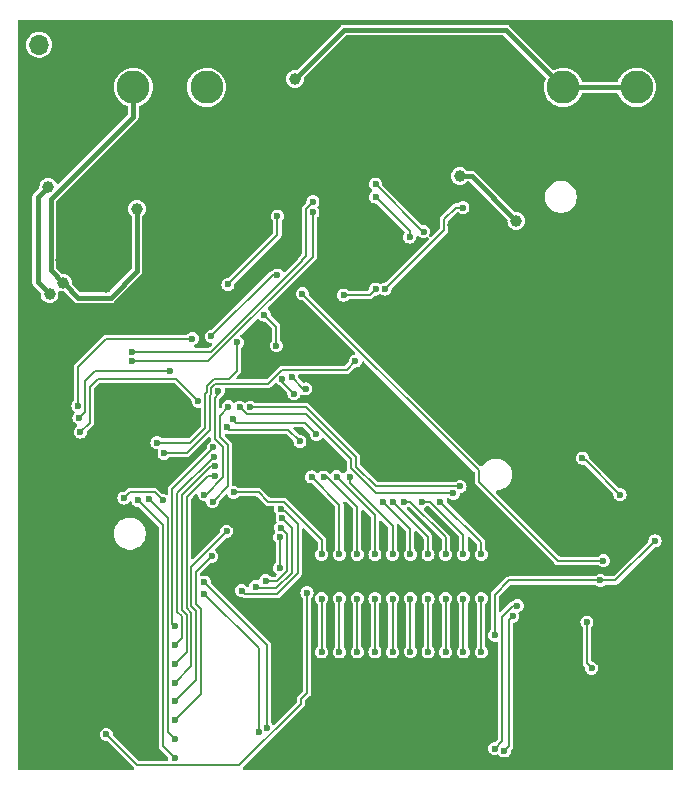
<source format=gbr>
%TF.GenerationSoftware,KiCad,Pcbnew,8.0.6-1.fc40*%
%TF.CreationDate,2025-02-15T22:24:14+01:00*%
%TF.ProjectId,airMouse-mcu,6169724d-6f75-4736-952d-6d63752e6b69,RC1*%
%TF.SameCoordinates,Original*%
%TF.FileFunction,Copper,L2,Bot*%
%TF.FilePolarity,Positive*%
%FSLAX46Y46*%
G04 Gerber Fmt 4.6, Leading zero omitted, Abs format (unit mm)*
G04 Created by KiCad (PCBNEW 8.0.6-1.fc40) date 2025-02-15 22:24:14*
%MOMM*%
%LPD*%
G01*
G04 APERTURE LIST*
%TA.AperFunction,HeatsinkPad*%
%ADD10C,0.600000*%
%TD*%
%TA.AperFunction,ComponentPad*%
%ADD11R,1.700000X1.700000*%
%TD*%
%TA.AperFunction,ComponentPad*%
%ADD12O,1.700000X1.700000*%
%TD*%
%TA.AperFunction,ComponentPad*%
%ADD13C,2.800000*%
%TD*%
%TA.AperFunction,ViaPad*%
%ADD14C,0.600000*%
%TD*%
%TA.AperFunction,ViaPad*%
%ADD15C,1.000000*%
%TD*%
%TA.AperFunction,Conductor*%
%ADD16C,0.200000*%
%TD*%
%TA.AperFunction,Conductor*%
%ADD17C,0.400000*%
%TD*%
G04 APERTURE END LIST*
D10*
%TO.P,U4,19,GND*%
%TO.N,GND*%
X143177817Y-106240782D03*
X142400000Y-107018599D03*
X143955635Y-106240782D03*
X143177817Y-107018599D03*
X142400000Y-107796417D03*
X143955635Y-107018599D03*
X143177817Y-107796417D03*
X144733452Y-107018599D03*
X143955635Y-107796417D03*
X143177817Y-108574234D03*
X144733452Y-107796417D03*
X143955635Y-108574234D03*
%TD*%
D11*
%TO.P,LD1,1,K*%
%TO.N,GND*%
X104875000Y-82618599D03*
D12*
%TO.P,LD1,2,A*%
%TO.N,Net-(LD1-A)*%
X102335000Y-82618599D03*
%TD*%
D13*
%TO.P,BT1,1,+*%
%TO.N,/BAT+*%
X110300000Y-86218599D03*
X116500000Y-86218599D03*
%TO.P,BT1,2,-*%
%TO.N,/BAT-*%
X146700000Y-86218599D03*
X152900000Y-86218599D03*
%TD*%
D14*
%TO.N,GND*%
X152500000Y-101250000D03*
X151750000Y-100500000D03*
X151750000Y-101250000D03*
X150250000Y-100500000D03*
X151000000Y-101250000D03*
X151000000Y-100500000D03*
X150250000Y-101250000D03*
X152500000Y-100500000D03*
X113250000Y-82000000D03*
X112500000Y-81250000D03*
X112500000Y-82000000D03*
X111000000Y-81250000D03*
X111750000Y-82000000D03*
X111750000Y-81250000D03*
X111000000Y-82000000D03*
X113250000Y-81250000D03*
X105250000Y-88000000D03*
X104500000Y-87250000D03*
X104500000Y-88000000D03*
X103000000Y-87250000D03*
X103750000Y-88000000D03*
X103750000Y-87250000D03*
X103000000Y-88000000D03*
X105250000Y-87250000D03*
X130250000Y-141500000D03*
X129500000Y-140750000D03*
X129500000Y-141500000D03*
X128000000Y-140750000D03*
X128750000Y-141500000D03*
X128750000Y-140750000D03*
X128000000Y-141500000D03*
X130250000Y-140750000D03*
X134000000Y-109500000D03*
X133250000Y-108750000D03*
X133250000Y-109500000D03*
X131750000Y-108750000D03*
X132500000Y-109500000D03*
X132500000Y-108750000D03*
X131750000Y-109500000D03*
X134000000Y-108750000D03*
X155000000Y-137500000D03*
X154250000Y-136750000D03*
X154250000Y-137500000D03*
X152750000Y-136750000D03*
X153500000Y-137500000D03*
X153500000Y-136750000D03*
X152750000Y-137500000D03*
X155000000Y-136750000D03*
X146750000Y-131500000D03*
X146000000Y-130750000D03*
X146000000Y-131500000D03*
X144500000Y-130750000D03*
X145250000Y-131500000D03*
X145250000Y-130750000D03*
X144500000Y-131500000D03*
X146750000Y-130750000D03*
X146750000Y-130000000D03*
X146000000Y-129250000D03*
X146000000Y-130000000D03*
X144500000Y-129250000D03*
X145250000Y-130000000D03*
X145250000Y-129250000D03*
X144500000Y-130000000D03*
X146750000Y-129250000D03*
X151000000Y-90000000D03*
X150250000Y-89250000D03*
X150250000Y-90000000D03*
X148750000Y-89250000D03*
X149500000Y-90000000D03*
X149500000Y-89250000D03*
X148750000Y-90000000D03*
X151000000Y-89250000D03*
X151000000Y-83750000D03*
X150250000Y-83000000D03*
X150250000Y-83750000D03*
X148750000Y-83000000D03*
X149500000Y-83750000D03*
X149500000Y-83000000D03*
X148750000Y-83750000D03*
X151000000Y-83000000D03*
X125500000Y-88250000D03*
X124750000Y-87500000D03*
X124750000Y-88250000D03*
X123250000Y-87500000D03*
X124000000Y-88250000D03*
X124000000Y-87500000D03*
X123250000Y-88250000D03*
X125500000Y-87500000D03*
X140500000Y-88250000D03*
X139750000Y-87500000D03*
X139750000Y-88250000D03*
X138250000Y-87500000D03*
X139000000Y-88250000D03*
X139000000Y-87500000D03*
X138250000Y-88250000D03*
X140500000Y-87500000D03*
X128500000Y-88250000D03*
X127750000Y-87500000D03*
X127750000Y-88250000D03*
X126250000Y-87500000D03*
X127000000Y-88250000D03*
X127000000Y-87500000D03*
X126250000Y-88250000D03*
X128500000Y-87500000D03*
X137500000Y-88250000D03*
X136750000Y-87500000D03*
X136750000Y-88250000D03*
X135250000Y-87500000D03*
X136000000Y-88250000D03*
X136000000Y-87500000D03*
X135250000Y-88250000D03*
X137500000Y-87500000D03*
X134500000Y-88250000D03*
X133750000Y-87500000D03*
X133750000Y-88250000D03*
X132250000Y-87500000D03*
X133000000Y-88250000D03*
X133000000Y-87500000D03*
X132250000Y-88250000D03*
X134500000Y-87500000D03*
X129250000Y-88250000D03*
X130000000Y-88250000D03*
X130750000Y-88250000D03*
X131500000Y-88250000D03*
X131500000Y-87500000D03*
X130750000Y-87500000D03*
X130000000Y-87500000D03*
X129250000Y-87500000D03*
X114750000Y-106500000D03*
X114000000Y-106500000D03*
X114000000Y-105750000D03*
X114750000Y-105750000D03*
X115500000Y-105750000D03*
X115500000Y-105000000D03*
X114750000Y-105000000D03*
X114000000Y-105000000D03*
X104000000Y-112750000D03*
X103250000Y-112750000D03*
X101000000Y-113000000D03*
X101000000Y-112250000D03*
X102500000Y-110000000D03*
X103250000Y-110000000D03*
X103250000Y-109250000D03*
X102500000Y-109250000D03*
X109000000Y-115250000D03*
X108250000Y-115250000D03*
X106250000Y-120750000D03*
X107000000Y-120750000D03*
X107000000Y-120000000D03*
X106250000Y-120000000D03*
X110250000Y-128000000D03*
X111000000Y-128000000D03*
X111000000Y-127250000D03*
X110250000Y-127250000D03*
X119500000Y-126500000D03*
X120250000Y-126500000D03*
X120250000Y-125750000D03*
X119500000Y-125750000D03*
X125000000Y-126800000D03*
X125000000Y-126100000D03*
X125000000Y-125400000D03*
X125000000Y-124700000D03*
X126000000Y-112200000D03*
X127400000Y-114300000D03*
X127400000Y-113600000D03*
X126700000Y-113600000D03*
X126700000Y-112900000D03*
X126000000Y-112900000D03*
X120300000Y-118600000D03*
X119600000Y-118600000D03*
X119600000Y-117900000D03*
X120300000Y-117900000D03*
X121000000Y-117900000D03*
%TO.N,/SDA*%
X140900000Y-142200000D03*
X142800000Y-130100000D03*
X116300000Y-128100000D03*
X121609870Y-140431099D03*
X109500000Y-121000000D03*
X112800000Y-121200000D03*
%TO.N,+3V3*%
X140900000Y-132600000D03*
%TO.N,/SCL*%
X142400000Y-131000000D03*
X120900000Y-140800000D03*
X116300000Y-129100000D03*
X148300000Y-117600000D03*
X151500000Y-120700000D03*
X141700000Y-142400000D03*
%TO.N,/GYRO_INT*%
X150100000Y-126300000D03*
X124600000Y-103700000D03*
%TO.N,/ESP_RST*%
X131600003Y-103300000D03*
X129100000Y-109400000D03*
%TO.N,/GYRO_INT*%
X122500000Y-102100000D03*
X116900000Y-107300000D03*
%TO.N,/AT_MCU_TX*%
X125500000Y-95900000D03*
%TO.N,/AT_MCU_RX*%
X125500000Y-96800000D03*
%TO.N,/AT_MCU_TX*%
X110200000Y-108599997D03*
%TO.N,/AT_MCU_RX*%
X110200000Y-109400000D03*
%TO.N,/LOW_BAT*%
X115791778Y-112800000D03*
X105800000Y-115400000D03*
%TO.N,/STBY*%
X113424265Y-110224265D03*
X105700000Y-114200000D03*
%TO.N,/CONN*%
X115300000Y-107500000D03*
X105600000Y-113200000D03*
%TO.N,/ESP_RST*%
X112900000Y-117200000D03*
X138200000Y-96400000D03*
%TO.N,/ESP_BOOT*%
X112300000Y-116300000D03*
X128100000Y-103800000D03*
X130800000Y-103300000D03*
X119100000Y-107800000D03*
%TO.N,/SWDCLK*%
X117000000Y-121300000D03*
X118350000Y-113250000D03*
X122500000Y-97100000D03*
X118300000Y-102900000D03*
%TO.N,/SWDIO*%
X116300000Y-120700000D03*
X117500000Y-111900000D03*
%TO.N,/RST*%
X122400000Y-108100000D03*
X121400000Y-105500000D03*
D15*
%TO.N,/BAT+*%
X110600000Y-96500000D03*
X104350000Y-102750000D03*
%TO.N,GND*%
X111150000Y-93050000D03*
%TO.N,/BAT-*%
X124000000Y-85500000D03*
D14*
%TO.N,/AT_MCU_TX*%
X134871030Y-98428970D03*
X130800000Y-94400000D03*
%TO.N,/AT_MCU_RX*%
X133700000Y-98900000D03*
X130800000Y-95500000D03*
%TO.N,GND*%
X130200000Y-117900000D03*
%TO.N,+3V3*%
X149100000Y-135400000D03*
X148700000Y-131500000D03*
%TO.N,/mouse/MOUSE_HOME*%
X120200000Y-113300000D03*
X137965687Y-120000000D03*
%TO.N,/mouse/MOUSE_PRC*%
X119300000Y-113300000D03*
X137400000Y-120600000D03*
%TO.N,/COL1*%
X136300000Y-121300000D03*
X125800000Y-115600000D03*
X118718378Y-114320680D03*
%TO.N,/COL2*%
X124400000Y-116200000D03*
X118191778Y-115008222D03*
X134700000Y-121300000D03*
%TO.N,/COL3*%
X133200000Y-121300000D03*
%TO.N,/COL4*%
X132300000Y-121300000D03*
%TO.N,/COL5*%
X131400000Y-121300000D03*
%TO.N,/COL6*%
X128600000Y-119200000D03*
%TO.N,/COL7*%
X127514965Y-119185035D03*
%TO.N,/COL8*%
X126400000Y-119200000D03*
%TO.N,/COL9*%
X125400000Y-119200000D03*
%TO.N,/COL10*%
X118800000Y-120500000D03*
%TO.N,/mouse/MOUSE_LB*%
X110700000Y-121200000D03*
%TO.N,/mouse/MOUSE_MB*%
X111600000Y-121100000D03*
%TO.N,/mouse/MOUSE_RB*%
X116924265Y-125924265D03*
%TO.N,/mouse/MOUSE_UP*%
X118200000Y-123800000D03*
%TO.N,/mouse/MOUSE_DN*%
X117199925Y-119095348D03*
%TO.N,/mouse/MOUSE_FWD*%
X117201493Y-118295347D03*
%TO.N,/mouse/MOUSE_BACK*%
X117151627Y-117496903D03*
%TO.N,/mouse/MOUSE_LB*%
X113800000Y-143018599D03*
%TO.N,/mouse/MOUSE_MB*%
X113800000Y-141418599D03*
%TO.N,/mouse/MOUSE_RB*%
X113800000Y-139818599D03*
%TO.N,/mouse/MOUSE_UP*%
X113800000Y-138218599D03*
%TO.N,/mouse/MOUSE_DN*%
X113800000Y-136618599D03*
%TO.N,/mouse/MOUSE_FWD*%
X113800000Y-135018599D03*
%TO.N,/mouse/MOUSE_BACK*%
X113800000Y-133418599D03*
%TO.N,/mouse/MOUSE_DPI*%
X117073061Y-116700768D03*
X113800000Y-131818599D03*
%TO.N,/Keyboard/KEY_ROW5*%
X119459899Y-128841571D03*
X122768480Y-121910883D03*
%TO.N,/Keyboard/KEY_ROW4*%
X120650000Y-128500000D03*
X122900000Y-122700000D03*
%TO.N,/Keyboard/KEY_ROW3*%
X122764059Y-123502566D03*
X121500000Y-128000000D03*
%TO.N,/Keyboard/KEY_ROW2*%
X122700000Y-124300000D03*
X122700000Y-126900000D03*
%TO.N,+3V3*%
X125000000Y-129000000D03*
X108000000Y-141000000D03*
X149837500Y-127968599D03*
X154462500Y-124619031D03*
%TO.N,GND*%
X137829325Y-102437264D03*
X143329325Y-93937264D03*
D15*
X137403052Y-97852708D03*
X139929325Y-100337264D03*
%TO.N,+3V3*%
X142729325Y-97537264D03*
X137929325Y-93737264D03*
D14*
%TO.N,GND*%
X123303286Y-108147547D03*
X124103286Y-106547547D03*
%TO.N,+3V3*%
X123903286Y-112147547D03*
X122903286Y-110947547D03*
%TO.N,Net-(U3-VREF+)*%
X123703286Y-110747547D03*
X124903286Y-111747547D03*
D15*
%TO.N,+3V3*%
X103100000Y-94618599D03*
X103200000Y-103718599D03*
%TO.N,GND*%
X108000000Y-103118599D03*
X104200000Y-100818599D03*
D14*
%TO.N,/COL1*%
X139750000Y-125768599D03*
%TO.N,/COL2*%
X138250000Y-125768599D03*
%TO.N,/COL3*%
X136750000Y-125768599D03*
%TO.N,/COL4*%
X135250000Y-125768599D03*
%TO.N,/COL5*%
X133750000Y-125768599D03*
%TO.N,/COL6*%
X132250000Y-125768599D03*
%TO.N,/COL7*%
X130750000Y-125768599D03*
%TO.N,/COL8*%
X129250000Y-125768599D03*
%TO.N,/COL9*%
X127750000Y-125768599D03*
%TO.N,/COL10*%
X126250000Y-125768599D03*
%TO.N,/Keyboard/COL10*%
X126250000Y-129518599D03*
X126250000Y-134018599D03*
%TO.N,/Keyboard/COL9*%
X127750000Y-129518599D03*
X127750000Y-134018599D03*
%TO.N,/Keyboard/COL8*%
X129250000Y-129518599D03*
X129250000Y-134018599D03*
%TO.N,/Keyboard/COL7*%
X130750000Y-129518599D03*
X130750000Y-134018599D03*
%TO.N,/Keyboard/COL6*%
X132250000Y-129518599D03*
X132250000Y-134018599D03*
%TO.N,/Keyboard/COL5*%
X133750000Y-129518599D03*
X133760000Y-134008599D03*
%TO.N,/Keyboard/COL4*%
X135250000Y-129518599D03*
X135250000Y-134018599D03*
%TO.N,/Keyboard/COL3*%
X136750000Y-129518599D03*
X136750000Y-134018599D03*
%TO.N,/Keyboard/COL2*%
X138250000Y-129518599D03*
X138250000Y-134018599D03*
%TO.N,/Keyboard/COL1*%
X139750000Y-129518599D03*
X139750000Y-134018599D03*
%TD*%
D16*
%TO.N,/ESP_RST*%
X131600003Y-103300000D02*
X136603052Y-98296951D01*
X136603052Y-98296951D02*
X136603052Y-97396948D01*
X136603052Y-97396948D02*
X137600000Y-96400000D01*
X137600000Y-96400000D02*
X138200000Y-96400000D01*
%TO.N,/SCL*%
X141700000Y-142400000D02*
X142100000Y-142000000D01*
X142100000Y-142000000D02*
X142100000Y-131300000D01*
X142100000Y-131300000D02*
X142400000Y-131000000D01*
%TO.N,/SDA*%
X141500000Y-131051471D02*
X142451471Y-130100000D01*
X140900000Y-142200000D02*
X141500000Y-141600000D01*
X141500000Y-141600000D02*
X141500000Y-131051471D01*
X142451471Y-130100000D02*
X142800000Y-130100000D01*
X116300000Y-128100000D02*
X121609870Y-133409870D01*
X121609870Y-133409870D02*
X121609870Y-140431099D01*
X110000000Y-120500000D02*
X109500000Y-121000000D01*
X112800000Y-121200000D02*
X112100000Y-120500000D01*
X112100000Y-120500000D02*
X110000000Y-120500000D01*
%TO.N,+3V3*%
X140900000Y-132600000D02*
X140900000Y-129200000D01*
X140900000Y-129200000D02*
X142131401Y-127968599D01*
X142131401Y-127968599D02*
X149837500Y-127968599D01*
%TO.N,/SCL*%
X116300000Y-129100000D02*
X120900000Y-133700000D01*
X148300000Y-117600000D02*
X148500000Y-117800000D01*
X120900000Y-133700000D02*
X120900000Y-140800000D01*
X148500000Y-117800000D02*
X148600000Y-117800000D01*
X148600000Y-117800000D02*
X151500000Y-120700000D01*
%TO.N,/GYRO_INT*%
X146249390Y-126300000D02*
X150100000Y-126300000D01*
X139550000Y-119600610D02*
X146249390Y-126300000D01*
X124600000Y-103700000D02*
X139550000Y-118650000D01*
X139550000Y-118650000D02*
X139550000Y-119600610D01*
%TO.N,/ESP_RST*%
X116900000Y-111651471D02*
X117251471Y-111300000D01*
X112900000Y-117200000D02*
X114800000Y-117200000D01*
X128352453Y-110147547D02*
X129100000Y-109400000D01*
X114800000Y-117200000D02*
X116791778Y-115208222D01*
X116791778Y-115208222D02*
X116791778Y-112325379D01*
X122854757Y-110147547D02*
X128352453Y-110147547D01*
X116791778Y-112325379D02*
X116900000Y-112217157D01*
X116900000Y-112217157D02*
X116900000Y-111651471D01*
X117251471Y-111300000D02*
X121702304Y-111300000D01*
X121702304Y-111300000D02*
X122854757Y-110147547D01*
%TO.N,/GYRO_INT*%
X122100000Y-102100000D02*
X122500000Y-102100000D01*
X116900000Y-107300000D02*
X122100000Y-102100000D01*
%TO.N,/AT_MCU_TX*%
X124600000Y-100800000D02*
X124600000Y-100885785D01*
X124900000Y-96500000D02*
X124900000Y-100500000D01*
X124600000Y-100885785D02*
X116885788Y-108599997D01*
X125500000Y-95900000D02*
X124900000Y-96500000D01*
X124900000Y-100500000D02*
X124600000Y-100800000D01*
X116885788Y-108599997D02*
X110200000Y-108599997D01*
%TO.N,/AT_MCU_RX*%
X125500000Y-100551471D02*
X125500000Y-96800000D01*
X116651471Y-109400000D02*
X125500000Y-100551471D01*
X110200000Y-109400000D02*
X116651471Y-109400000D01*
%TO.N,/LOW_BAT*%
X113891778Y-110900000D02*
X111900000Y-110900000D01*
X115791778Y-112800000D02*
X113891778Y-110900000D01*
%TO.N,/ESP_BOOT*%
X112300000Y-116300000D02*
X115134314Y-116300000D01*
X115134314Y-116300000D02*
X116391778Y-115042536D01*
X118400000Y-110900000D02*
X119100000Y-110200000D01*
X116391778Y-115042536D02*
X116391778Y-112159694D01*
X116391778Y-112159694D02*
X116500000Y-112051472D01*
X116500000Y-111485785D02*
X117085785Y-110900000D01*
X119100000Y-110200000D02*
X119100000Y-107800000D01*
X116500000Y-112051472D02*
X116500000Y-111485785D01*
X117085785Y-110900000D02*
X118400000Y-110900000D01*
%TO.N,/SWDIO*%
X117500000Y-111900000D02*
X117500000Y-112182843D01*
X117500000Y-112182843D02*
X117191778Y-112491065D01*
X117191778Y-112491065D02*
X117191778Y-115970956D01*
X116443802Y-120700000D02*
X116300000Y-120700000D01*
X117191778Y-115970956D02*
X117900000Y-116679178D01*
X117900000Y-116679178D02*
X117900000Y-119243802D01*
X117900000Y-119243802D02*
X116443802Y-120700000D01*
%TO.N,/SWDCLK*%
X118300000Y-116513492D02*
X118300000Y-120000000D01*
X118300000Y-120000000D02*
X117000000Y-121300000D01*
X117591778Y-114008222D02*
X117591778Y-115805270D01*
X117591778Y-115805270D02*
X118300000Y-116513492D01*
X118350000Y-113250000D02*
X117591778Y-114008222D01*
%TO.N,/COL1*%
X118997698Y-114600000D02*
X124800000Y-114600000D01*
X124800000Y-114600000D02*
X125800000Y-115600000D01*
X118718378Y-114320680D02*
X118997698Y-114600000D01*
%TO.N,/COL2*%
X118191778Y-115008222D02*
X118383556Y-115200000D01*
X118383556Y-115200000D02*
X123400000Y-115200000D01*
X123400000Y-115200000D02*
X124400000Y-116200000D01*
%TO.N,/mouse/MOUSE_PRC*%
X119300000Y-113300000D02*
X119900000Y-113900000D01*
X124948529Y-113900000D02*
X128700000Y-117651471D01*
X119900000Y-113900000D02*
X124948529Y-113900000D01*
X130848529Y-120600000D02*
X137400000Y-120600000D01*
X128700000Y-117651471D02*
X128700000Y-118451471D01*
X128700000Y-118451471D02*
X130848529Y-120600000D01*
%TO.N,/mouse/MOUSE_HOME*%
X120200000Y-113300000D02*
X124914214Y-113300000D01*
X124914214Y-113300000D02*
X129157107Y-117542893D01*
X129157107Y-118342892D02*
X130814215Y-120000000D01*
X129157107Y-117542893D02*
X129157107Y-118342892D01*
X130814215Y-120000000D02*
X137965687Y-120000000D01*
%TO.N,/LOW_BAT*%
X107300000Y-110900000D02*
X111900000Y-110900000D01*
X105800000Y-115400000D02*
X106600000Y-114600000D01*
X106700000Y-111500000D02*
X107300000Y-110900000D01*
X106600000Y-111500000D02*
X106700000Y-111500000D01*
X106600000Y-114600000D02*
X106600000Y-111500000D01*
%TO.N,/STBY*%
X105700000Y-114200000D02*
X106200000Y-113700000D01*
X106200000Y-113700000D02*
X106200000Y-111100000D01*
X106200000Y-111100000D02*
X107075735Y-110224265D01*
X107075735Y-110224265D02*
X113424265Y-110224265D01*
%TO.N,/CONN*%
X105600000Y-113200000D02*
X105600000Y-109900000D01*
X105600000Y-109900000D02*
X108000000Y-107500000D01*
X108000000Y-107500000D02*
X115300000Y-107500000D01*
%TO.N,/ESP_BOOT*%
X128100000Y-103800000D02*
X130300000Y-103800000D01*
X130300000Y-103800000D02*
X130800000Y-103300000D01*
%TO.N,/SWDCLK*%
X122500000Y-97100000D02*
X122500000Y-98700000D01*
X122500000Y-98700000D02*
X118300000Y-102900000D01*
%TO.N,/COL10*%
X118800000Y-120500000D02*
X120900000Y-120500000D01*
X120900000Y-120500000D02*
X121710883Y-121310883D01*
X121710883Y-121310883D02*
X123017009Y-121310883D01*
X123017009Y-121310883D02*
X126250000Y-124543874D01*
X126250000Y-124543874D02*
X126250000Y-125768599D01*
%TO.N,/RST*%
X122400000Y-106500000D02*
X122400000Y-108100000D01*
X121400000Y-105500000D02*
X122400000Y-106500000D01*
D17*
%TO.N,/BAT+*%
X104350000Y-102750000D02*
X103300000Y-101700000D01*
%TO.N,GND*%
X104875000Y-82618599D02*
X109245585Y-82618599D01*
X109245585Y-82618599D02*
X112100000Y-85473014D01*
X112100000Y-85473014D02*
X112100000Y-92100000D01*
X112100000Y-92100000D02*
X111150000Y-93050000D01*
%TO.N,/BAT-*%
X141850000Y-81368599D02*
X129000000Y-81368599D01*
X128131401Y-81368599D02*
X129000000Y-81368599D01*
X124000000Y-85500000D02*
X128131401Y-81368599D01*
X146700000Y-86218599D02*
X141850000Y-81368599D01*
X152900000Y-86218599D02*
X146700000Y-86218599D01*
D16*
%TO.N,/AT_MCU_TX*%
X134871030Y-98428970D02*
X134828970Y-98428970D01*
X134828970Y-98428970D02*
X130800000Y-94400000D01*
%TO.N,/AT_MCU_RX*%
X133700000Y-98400000D02*
X133700000Y-98900000D01*
X130800000Y-95500000D02*
X133700000Y-98400000D01*
D17*
%TO.N,/BAT+*%
X104400000Y-102800000D02*
X104350000Y-102750000D01*
X103300000Y-101700000D02*
X103300000Y-95691392D01*
X103300000Y-95691392D02*
X110300000Y-88691392D01*
X110300000Y-88691392D02*
X110300000Y-86218599D01*
%TO.N,+3V3*%
X103200000Y-103718599D02*
X102200000Y-102718599D01*
X102200000Y-102718599D02*
X102200000Y-95518599D01*
X102200000Y-95518599D02*
X103100000Y-94618599D01*
%TO.N,/BAT+*%
X105618599Y-104018599D02*
X104400000Y-102800000D01*
X108372793Y-104018599D02*
X105618599Y-104018599D01*
X110600000Y-101791392D02*
X108372793Y-104018599D01*
X110600000Y-96500000D02*
X110600000Y-101791392D01*
D16*
%TO.N,+3V3*%
X148700000Y-135000000D02*
X149100000Y-135400000D01*
X148700000Y-131500000D02*
X148700000Y-135000000D01*
%TO.N,/COL1*%
X139750000Y-125768599D02*
X139750000Y-124750000D01*
X139750000Y-124750000D02*
X136300000Y-121300000D01*
%TO.N,/COL2*%
X135450000Y-121300000D02*
X134700000Y-121300000D01*
X138250000Y-125768599D02*
X138250000Y-124100000D01*
X138250000Y-124100000D02*
X135450000Y-121300000D01*
%TO.N,/COL3*%
X133750000Y-121300000D02*
X133200000Y-121300000D01*
X136750000Y-124300000D02*
X133750000Y-121300000D01*
X136750000Y-125768599D02*
X136750000Y-124300000D01*
%TO.N,/COL4*%
X135250000Y-125768599D02*
X135250000Y-124900000D01*
X135250000Y-124900000D02*
X135250000Y-124250000D01*
X135250000Y-124250000D02*
X135000000Y-124000000D01*
X135000000Y-124000000D02*
X132300000Y-121300000D01*
%TO.N,/COL5*%
X133750000Y-123650000D02*
X131400000Y-121300000D01*
X133750000Y-123900000D02*
X133750000Y-123650000D01*
X133750000Y-125768599D02*
X133750000Y-123900000D01*
%TO.N,/COL6*%
X132250000Y-125768599D02*
X132250000Y-123384314D01*
X132250000Y-123384314D02*
X131482843Y-122617157D01*
X131482843Y-122617157D02*
X130140686Y-121275000D01*
X128600000Y-119734314D02*
X128600000Y-119200000D01*
X130140686Y-121275000D02*
X128600000Y-119734314D01*
%TO.N,/COL7*%
X130750000Y-125768599D02*
X130750000Y-122500000D01*
X130750000Y-122500000D02*
X130750000Y-122450000D01*
X130750000Y-122450000D02*
X129975000Y-121675000D01*
X127514965Y-119214965D02*
X127514965Y-119185035D01*
X129975000Y-121675000D02*
X127514965Y-119214965D01*
%TO.N,/COL8*%
X126400000Y-119200000D02*
X126681401Y-119200000D01*
X126681401Y-119200000D02*
X129250000Y-121768599D01*
X129250000Y-121768599D02*
X129250000Y-125768599D01*
%TO.N,/COL9*%
X125400000Y-119200000D02*
X127750000Y-121550000D01*
X127750000Y-121550000D02*
X127750000Y-125768599D01*
%TO.N,/mouse/MOUSE_DPI*%
X113600000Y-131618599D02*
X113800000Y-131818599D01*
X117073061Y-116700768D02*
X117073061Y-116726939D01*
X117073061Y-116726939D02*
X113600000Y-120200000D01*
X113600000Y-120200000D02*
X113600000Y-131618599D01*
%TO.N,/mouse/MOUSE_FWD*%
X117201493Y-118295347D02*
X116870339Y-118295347D01*
X116870339Y-118295347D02*
X114400000Y-120765686D01*
X114400000Y-120765686D02*
X114400000Y-130452809D01*
X114400000Y-130452809D02*
X114800000Y-130852809D01*
X114800000Y-130852809D02*
X114800000Y-134018599D01*
X114800000Y-134018599D02*
X113800000Y-135018599D01*
%TO.N,/mouse/MOUSE_DN*%
X117199925Y-119095348D02*
X116636024Y-119095348D01*
X116636024Y-119095348D02*
X114800000Y-120931372D01*
X114800000Y-120931372D02*
X114800000Y-130287123D01*
X114800000Y-130287123D02*
X115200000Y-130687123D01*
X115200000Y-130687123D02*
X115200000Y-135218599D01*
X115200000Y-135218599D02*
X113800000Y-136618599D01*
%TO.N,/mouse/MOUSE_BACK*%
X117151627Y-117496903D02*
X117103097Y-117496903D01*
X117103097Y-117496903D02*
X114000000Y-120600000D01*
X114000000Y-120600000D02*
X114000000Y-130618494D01*
X114000000Y-130618494D02*
X114400000Y-131018494D01*
X114400000Y-131018494D02*
X114400000Y-132818599D01*
X114400000Y-132818599D02*
X113800000Y-133418599D01*
%TO.N,/mouse/MOUSE_RB*%
X113800000Y-139818599D02*
X116000000Y-137618599D01*
X116000000Y-137618599D02*
X116000000Y-130355751D01*
X116000000Y-130355751D02*
X115600000Y-129955751D01*
X115600000Y-129955751D02*
X115600000Y-127248530D01*
X115600000Y-127248530D02*
X116924265Y-125924265D01*
%TO.N,/mouse/MOUSE_UP*%
X113800000Y-138218599D02*
X115600000Y-136418599D01*
X115200000Y-130121437D02*
X115200000Y-126800000D01*
X115600000Y-136418599D02*
X115600000Y-130521437D01*
X115600000Y-130521437D02*
X115200000Y-130121437D01*
X115200000Y-126800000D02*
X118200000Y-123800000D01*
%TO.N,/mouse/MOUSE_LB*%
X112800000Y-123300000D02*
X110700000Y-121200000D01*
X112800000Y-123500000D02*
X112800000Y-123300000D01*
X113800000Y-143018599D02*
X112800000Y-142018599D01*
X112800000Y-142018599D02*
X112800000Y-123500000D01*
%TO.N,/mouse/MOUSE_MB*%
X113200000Y-122700000D02*
X111600000Y-121100000D01*
X113200000Y-123400000D02*
X113200000Y-122700000D01*
X113800000Y-141418599D02*
X113200000Y-140818599D01*
X113200000Y-140818599D02*
X113200000Y-123400000D01*
%TO.N,+3V3*%
X108000000Y-141000000D02*
X110618599Y-143618599D01*
X110618599Y-143618599D02*
X119281401Y-143618599D01*
X119281401Y-143618599D02*
X124500000Y-138400000D01*
X125000000Y-137500000D02*
X125000000Y-129000000D01*
X124500000Y-138400000D02*
X124500000Y-138000000D01*
X124500000Y-138000000D02*
X125000000Y-137500000D01*
%TO.N,/Keyboard/KEY_ROW5*%
X124200000Y-123900000D02*
X124200000Y-123151471D01*
X122957597Y-122100000D02*
X122768480Y-121910883D01*
X124200000Y-123151471D02*
X123148529Y-122100000D01*
X119718328Y-129100000D02*
X122479901Y-129100000D01*
X122479901Y-129100000D02*
X124200000Y-127379901D01*
X124200000Y-127379901D02*
X124200000Y-123900000D01*
X119459899Y-128841571D02*
X119718328Y-129100000D01*
X123148529Y-122100000D02*
X122957597Y-122100000D01*
%TO.N,/Keyboard/KEY_ROW4*%
X123700000Y-127314215D02*
X123700000Y-123900000D01*
X122414215Y-128600000D02*
X123700000Y-127314215D01*
X120750000Y-128600000D02*
X122414215Y-128600000D01*
X120650000Y-128500000D02*
X120750000Y-128600000D01*
X123700000Y-123900000D02*
X123700000Y-123500000D01*
X123700000Y-123500000D02*
X122900000Y-122700000D01*
%TO.N,/Keyboard/KEY_ROW3*%
X123300000Y-124038507D02*
X122764059Y-123502566D01*
X121500000Y-128000000D02*
X122448529Y-128000000D01*
X123300000Y-127148529D02*
X123300000Y-124038507D01*
X122448529Y-128000000D02*
X123300000Y-127148529D01*
%TO.N,/Keyboard/KEY_ROW2*%
X122700000Y-126900000D02*
X122700000Y-124300000D01*
%TO.N,+3V3*%
X151112932Y-127968599D02*
X154462500Y-124619031D01*
X149837500Y-127968599D02*
X151112932Y-127968599D01*
D17*
%TO.N,GND*%
X143329325Y-93937264D02*
X143629325Y-94237264D01*
X143629325Y-94237264D02*
X143629325Y-97910057D01*
X143629325Y-97910057D02*
X141202118Y-100337264D01*
X141202118Y-100337264D02*
X139929325Y-100337264D01*
X137403052Y-97852708D02*
X137444769Y-97852708D01*
X137444769Y-97852708D02*
X139929325Y-100337264D01*
%TO.N,+3V3*%
X137929325Y-93737264D02*
X138929325Y-93737264D01*
X138929325Y-93737264D02*
X142729325Y-97537264D01*
D16*
X122903286Y-111147547D02*
X123903286Y-112147547D01*
X122903286Y-110947547D02*
X122903286Y-111147547D01*
%TO.N,Net-(U3-VREF+)*%
X124903286Y-111747547D02*
X124703286Y-111747547D01*
X124703286Y-111747547D02*
X123703286Y-110747547D01*
D17*
%TO.N,GND*%
X108000000Y-103118599D02*
X105700000Y-100818599D01*
X105700000Y-100818599D02*
X104200000Y-100818599D01*
D16*
%TO.N,/Keyboard/COL4*%
X135250000Y-134018599D02*
X135250000Y-129518599D01*
%TO.N,/Keyboard/COL10*%
X126250000Y-134018599D02*
X126250000Y-129518599D01*
%TO.N,/Keyboard/COL9*%
X127750000Y-134018599D02*
X127750000Y-129518599D01*
%TO.N,/Keyboard/COL8*%
X129250000Y-134018599D02*
X129250000Y-129518599D01*
%TO.N,/Keyboard/COL7*%
X130750000Y-134018599D02*
X130750000Y-129518599D01*
%TO.N,/Keyboard/COL6*%
X132250000Y-134018599D02*
X132250000Y-129518599D01*
%TO.N,/Keyboard/COL5*%
X133760000Y-129528599D02*
X133750000Y-129518599D01*
X133760000Y-134008599D02*
X133760000Y-129528599D01*
%TO.N,/Keyboard/COL3*%
X136750000Y-134018599D02*
X136750000Y-129518599D01*
%TO.N,/Keyboard/COL2*%
X138250000Y-134018599D02*
X138250000Y-129518599D01*
%TO.N,/Keyboard/COL1*%
X139750000Y-134018599D02*
X139750000Y-129518599D01*
%TD*%
%TA.AperFunction,Conductor*%
%TO.N,GND*%
G36*
X155942539Y-80520185D02*
G01*
X155988294Y-80572989D01*
X155999500Y-80624500D01*
X155999500Y-143894099D01*
X155979815Y-143961138D01*
X155927011Y-144006893D01*
X155875500Y-144018099D01*
X119676945Y-144018099D01*
X119609906Y-143998414D01*
X119564151Y-143945610D01*
X119554207Y-143876452D01*
X119583232Y-143812896D01*
X119589264Y-143806418D01*
X122130901Y-141264781D01*
X124780469Y-138615213D01*
X124826614Y-138535288D01*
X124850500Y-138446144D01*
X124850500Y-138196544D01*
X124870185Y-138129505D01*
X124886819Y-138108863D01*
X125041826Y-137953856D01*
X125280470Y-137715212D01*
X125326614Y-137635288D01*
X125350500Y-137546144D01*
X125350500Y-137453856D01*
X125350500Y-129518598D01*
X125694750Y-129518598D01*
X125694750Y-129518599D01*
X125713670Y-129662307D01*
X125713671Y-129662311D01*
X125769138Y-129796222D01*
X125769139Y-129796224D01*
X125857380Y-129911222D01*
X125863126Y-129916968D01*
X125860574Y-129919519D01*
X125892091Y-129962472D01*
X125899500Y-130004691D01*
X125899500Y-133532507D01*
X125879815Y-133599546D01*
X125861913Y-133619011D01*
X125863129Y-133620227D01*
X125857384Y-133625971D01*
X125769137Y-133740976D01*
X125713671Y-133874886D01*
X125713670Y-133874890D01*
X125696067Y-134008599D01*
X125694750Y-134018599D01*
X125712353Y-134152308D01*
X125713670Y-134162307D01*
X125713671Y-134162311D01*
X125769137Y-134296221D01*
X125769138Y-134296223D01*
X125769139Y-134296224D01*
X125857379Y-134411220D01*
X125972375Y-134499460D01*
X126106291Y-134554929D01*
X126233280Y-134571647D01*
X126249999Y-134573849D01*
X126250000Y-134573849D01*
X126250001Y-134573849D01*
X126264977Y-134571877D01*
X126393709Y-134554929D01*
X126527625Y-134499460D01*
X126642621Y-134411220D01*
X126730861Y-134296224D01*
X126786330Y-134162308D01*
X126805250Y-134018599D01*
X126803933Y-134008599D01*
X126798799Y-133969602D01*
X126786330Y-133874890D01*
X126730861Y-133740974D01*
X126642621Y-133625978D01*
X126642619Y-133625976D01*
X126642615Y-133625971D01*
X126636871Y-133620227D01*
X126639387Y-133617710D01*
X126607797Y-133574416D01*
X126600500Y-133532507D01*
X126600500Y-130004691D01*
X126620185Y-129937652D01*
X126638114Y-129918208D01*
X126636874Y-129916968D01*
X126642619Y-129911222D01*
X126642621Y-129911220D01*
X126730861Y-129796224D01*
X126786330Y-129662308D01*
X126805250Y-129518599D01*
X126805250Y-129518598D01*
X127194750Y-129518598D01*
X127194750Y-129518599D01*
X127213670Y-129662307D01*
X127213671Y-129662311D01*
X127269138Y-129796222D01*
X127269139Y-129796224D01*
X127357380Y-129911222D01*
X127363126Y-129916968D01*
X127360574Y-129919519D01*
X127392091Y-129962472D01*
X127399500Y-130004691D01*
X127399500Y-133532507D01*
X127379815Y-133599546D01*
X127361913Y-133619011D01*
X127363129Y-133620227D01*
X127357384Y-133625971D01*
X127269137Y-133740976D01*
X127213671Y-133874886D01*
X127213670Y-133874890D01*
X127196067Y-134008599D01*
X127194750Y-134018599D01*
X127212353Y-134152308D01*
X127213670Y-134162307D01*
X127213671Y-134162311D01*
X127269137Y-134296221D01*
X127269138Y-134296223D01*
X127269139Y-134296224D01*
X127357379Y-134411220D01*
X127472375Y-134499460D01*
X127606291Y-134554929D01*
X127733280Y-134571647D01*
X127749999Y-134573849D01*
X127750000Y-134573849D01*
X127750001Y-134573849D01*
X127764977Y-134571877D01*
X127893709Y-134554929D01*
X128027625Y-134499460D01*
X128142621Y-134411220D01*
X128230861Y-134296224D01*
X128286330Y-134162308D01*
X128305250Y-134018599D01*
X128303933Y-134008599D01*
X128298799Y-133969602D01*
X128286330Y-133874890D01*
X128230861Y-133740974D01*
X128142621Y-133625978D01*
X128142619Y-133625976D01*
X128142615Y-133625971D01*
X128136871Y-133620227D01*
X128139387Y-133617710D01*
X128107797Y-133574416D01*
X128100500Y-133532507D01*
X128100500Y-130004691D01*
X128120185Y-129937652D01*
X128138114Y-129918208D01*
X128136874Y-129916968D01*
X128142619Y-129911222D01*
X128142621Y-129911220D01*
X128230861Y-129796224D01*
X128286330Y-129662308D01*
X128305250Y-129518599D01*
X128305250Y-129518598D01*
X128694750Y-129518598D01*
X128694750Y-129518599D01*
X128713670Y-129662307D01*
X128713671Y-129662311D01*
X128769138Y-129796222D01*
X128769139Y-129796224D01*
X128857380Y-129911222D01*
X128863126Y-129916968D01*
X128860574Y-129919519D01*
X128892091Y-129962472D01*
X128899500Y-130004691D01*
X128899500Y-133532507D01*
X128879815Y-133599546D01*
X128861913Y-133619011D01*
X128863129Y-133620227D01*
X128857384Y-133625971D01*
X128769137Y-133740976D01*
X128713671Y-133874886D01*
X128713670Y-133874890D01*
X128696067Y-134008599D01*
X128694750Y-134018599D01*
X128712353Y-134152308D01*
X128713670Y-134162307D01*
X128713671Y-134162311D01*
X128769137Y-134296221D01*
X128769138Y-134296223D01*
X128769139Y-134296224D01*
X128857379Y-134411220D01*
X128972375Y-134499460D01*
X129106291Y-134554929D01*
X129233280Y-134571647D01*
X129249999Y-134573849D01*
X129250000Y-134573849D01*
X129250001Y-134573849D01*
X129264977Y-134571877D01*
X129393709Y-134554929D01*
X129527625Y-134499460D01*
X129642621Y-134411220D01*
X129730861Y-134296224D01*
X129786330Y-134162308D01*
X129805250Y-134018599D01*
X129803933Y-134008599D01*
X129798799Y-133969602D01*
X129786330Y-133874890D01*
X129730861Y-133740974D01*
X129642621Y-133625978D01*
X129642619Y-133625976D01*
X129642615Y-133625971D01*
X129636871Y-133620227D01*
X129639387Y-133617710D01*
X129607797Y-133574416D01*
X129600500Y-133532507D01*
X129600500Y-130004691D01*
X129620185Y-129937652D01*
X129638114Y-129918208D01*
X129636874Y-129916968D01*
X129642619Y-129911222D01*
X129642621Y-129911220D01*
X129730861Y-129796224D01*
X129786330Y-129662308D01*
X129805250Y-129518599D01*
X129805250Y-129518598D01*
X130194750Y-129518598D01*
X130194750Y-129518599D01*
X130213670Y-129662307D01*
X130213671Y-129662311D01*
X130269138Y-129796222D01*
X130269139Y-129796224D01*
X130357380Y-129911222D01*
X130363126Y-129916968D01*
X130360574Y-129919519D01*
X130392091Y-129962472D01*
X130399500Y-130004691D01*
X130399500Y-133532507D01*
X130379815Y-133599546D01*
X130361913Y-133619011D01*
X130363129Y-133620227D01*
X130357384Y-133625971D01*
X130269137Y-133740976D01*
X130213671Y-133874886D01*
X130213670Y-133874890D01*
X130196067Y-134008599D01*
X130194750Y-134018599D01*
X130212353Y-134152308D01*
X130213670Y-134162307D01*
X130213671Y-134162311D01*
X130269137Y-134296221D01*
X130269138Y-134296223D01*
X130269139Y-134296224D01*
X130357379Y-134411220D01*
X130472375Y-134499460D01*
X130606291Y-134554929D01*
X130733280Y-134571647D01*
X130749999Y-134573849D01*
X130750000Y-134573849D01*
X130750001Y-134573849D01*
X130764977Y-134571877D01*
X130893709Y-134554929D01*
X131027625Y-134499460D01*
X131142621Y-134411220D01*
X131230861Y-134296224D01*
X131286330Y-134162308D01*
X131305250Y-134018599D01*
X131303933Y-134008599D01*
X131298799Y-133969602D01*
X131286330Y-133874890D01*
X131230861Y-133740974D01*
X131142621Y-133625978D01*
X131142619Y-133625976D01*
X131142615Y-133625971D01*
X131136871Y-133620227D01*
X131139387Y-133617710D01*
X131107797Y-133574416D01*
X131100500Y-133532507D01*
X131100500Y-130004691D01*
X131120185Y-129937652D01*
X131138114Y-129918208D01*
X131136874Y-129916968D01*
X131142619Y-129911222D01*
X131142621Y-129911220D01*
X131230861Y-129796224D01*
X131286330Y-129662308D01*
X131305250Y-129518599D01*
X131305250Y-129518598D01*
X131694750Y-129518598D01*
X131694750Y-129518599D01*
X131713670Y-129662307D01*
X131713671Y-129662311D01*
X131769138Y-129796222D01*
X131769139Y-129796224D01*
X131857380Y-129911222D01*
X131863126Y-129916968D01*
X131860574Y-129919519D01*
X131892091Y-129962472D01*
X131899500Y-130004691D01*
X131899500Y-133532507D01*
X131879815Y-133599546D01*
X131861913Y-133619011D01*
X131863129Y-133620227D01*
X131857384Y-133625971D01*
X131769137Y-133740976D01*
X131713671Y-133874886D01*
X131713670Y-133874890D01*
X131696067Y-134008599D01*
X131694750Y-134018599D01*
X131712353Y-134152308D01*
X131713670Y-134162307D01*
X131713671Y-134162311D01*
X131769137Y-134296221D01*
X131769138Y-134296223D01*
X131769139Y-134296224D01*
X131857379Y-134411220D01*
X131972375Y-134499460D01*
X132106291Y-134554929D01*
X132233280Y-134571647D01*
X132249999Y-134573849D01*
X132250000Y-134573849D01*
X132250001Y-134573849D01*
X132264977Y-134571877D01*
X132393709Y-134554929D01*
X132527625Y-134499460D01*
X132642621Y-134411220D01*
X132730861Y-134296224D01*
X132786330Y-134162308D01*
X132805250Y-134018599D01*
X132803933Y-134008599D01*
X132798799Y-133969602D01*
X132786330Y-133874890D01*
X132730861Y-133740974D01*
X132642621Y-133625978D01*
X132642619Y-133625976D01*
X132642615Y-133625971D01*
X132636871Y-133620227D01*
X132639387Y-133617710D01*
X132607797Y-133574416D01*
X132600500Y-133532507D01*
X132600500Y-130004691D01*
X132620185Y-129937652D01*
X132638114Y-129918208D01*
X132636874Y-129916968D01*
X132642619Y-129911222D01*
X132642621Y-129911220D01*
X132730861Y-129796224D01*
X132786330Y-129662308D01*
X132805250Y-129518599D01*
X132805250Y-129518598D01*
X133194750Y-129518598D01*
X133194750Y-129518599D01*
X133213670Y-129662307D01*
X133213671Y-129662311D01*
X133269137Y-129796221D01*
X133269138Y-129796222D01*
X133269139Y-129796224D01*
X133357379Y-129911220D01*
X133360986Y-129913987D01*
X133402188Y-129970412D01*
X133409500Y-130012363D01*
X133409500Y-133522507D01*
X133389815Y-133589546D01*
X133371913Y-133609011D01*
X133373129Y-133610227D01*
X133367384Y-133615971D01*
X133279137Y-133730976D01*
X133223671Y-133864886D01*
X133223670Y-133864890D01*
X133204750Y-134008598D01*
X133204750Y-134008599D01*
X133223670Y-134152307D01*
X133223671Y-134152311D01*
X133279137Y-134286221D01*
X133279138Y-134286223D01*
X133279139Y-134286224D01*
X133367379Y-134401220D01*
X133482375Y-134489460D01*
X133616291Y-134544929D01*
X133743280Y-134561647D01*
X133759999Y-134563849D01*
X133760000Y-134563849D01*
X133760001Y-134563849D01*
X133774977Y-134561877D01*
X133903709Y-134544929D01*
X134037625Y-134489460D01*
X134152621Y-134401220D01*
X134240861Y-134286224D01*
X134296330Y-134152308D01*
X134315250Y-134008599D01*
X134296330Y-133864890D01*
X134240861Y-133730974D01*
X134152621Y-133615978D01*
X134152619Y-133615976D01*
X134152615Y-133615971D01*
X134146871Y-133610227D01*
X134149387Y-133607710D01*
X134117797Y-133564416D01*
X134110500Y-133522507D01*
X134110500Y-129994704D01*
X134130185Y-129927665D01*
X134138023Y-129917937D01*
X134137673Y-129917669D01*
X134191985Y-129846888D01*
X134230861Y-129796224D01*
X134286330Y-129662308D01*
X134305250Y-129518599D01*
X134305250Y-129518598D01*
X134694750Y-129518598D01*
X134694750Y-129518599D01*
X134713670Y-129662307D01*
X134713671Y-129662311D01*
X134769138Y-129796222D01*
X134769139Y-129796224D01*
X134857380Y-129911222D01*
X134863126Y-129916968D01*
X134860574Y-129919519D01*
X134892091Y-129962472D01*
X134899500Y-130004691D01*
X134899500Y-133532507D01*
X134879815Y-133599546D01*
X134861913Y-133619011D01*
X134863129Y-133620227D01*
X134857384Y-133625971D01*
X134769137Y-133740976D01*
X134713671Y-133874886D01*
X134713670Y-133874890D01*
X134696067Y-134008599D01*
X134694750Y-134018599D01*
X134712353Y-134152308D01*
X134713670Y-134162307D01*
X134713671Y-134162311D01*
X134769137Y-134296221D01*
X134769138Y-134296223D01*
X134769139Y-134296224D01*
X134857379Y-134411220D01*
X134972375Y-134499460D01*
X135106291Y-134554929D01*
X135233280Y-134571647D01*
X135249999Y-134573849D01*
X135250000Y-134573849D01*
X135250001Y-134573849D01*
X135264977Y-134571877D01*
X135393709Y-134554929D01*
X135527625Y-134499460D01*
X135642621Y-134411220D01*
X135730861Y-134296224D01*
X135786330Y-134162308D01*
X135805250Y-134018599D01*
X135803933Y-134008599D01*
X135798799Y-133969602D01*
X135786330Y-133874890D01*
X135730861Y-133740974D01*
X135642621Y-133625978D01*
X135642619Y-133625976D01*
X135642615Y-133625971D01*
X135636871Y-133620227D01*
X135639387Y-133617710D01*
X135607797Y-133574416D01*
X135600500Y-133532507D01*
X135600500Y-130004691D01*
X135620185Y-129937652D01*
X135638114Y-129918208D01*
X135636874Y-129916968D01*
X135642619Y-129911222D01*
X135642621Y-129911220D01*
X135730861Y-129796224D01*
X135786330Y-129662308D01*
X135805250Y-129518599D01*
X135805250Y-129518598D01*
X136194750Y-129518598D01*
X136194750Y-129518599D01*
X136213670Y-129662307D01*
X136213671Y-129662311D01*
X136269138Y-129796222D01*
X136269139Y-129796224D01*
X136357380Y-129911222D01*
X136363126Y-129916968D01*
X136360574Y-129919519D01*
X136392091Y-129962472D01*
X136399500Y-130004691D01*
X136399500Y-133532507D01*
X136379815Y-133599546D01*
X136361913Y-133619011D01*
X136363129Y-133620227D01*
X136357384Y-133625971D01*
X136269137Y-133740976D01*
X136213671Y-133874886D01*
X136213670Y-133874890D01*
X136196067Y-134008599D01*
X136194750Y-134018599D01*
X136212353Y-134152308D01*
X136213670Y-134162307D01*
X136213671Y-134162311D01*
X136269137Y-134296221D01*
X136269138Y-134296223D01*
X136269139Y-134296224D01*
X136357379Y-134411220D01*
X136472375Y-134499460D01*
X136606291Y-134554929D01*
X136733280Y-134571647D01*
X136749999Y-134573849D01*
X136750000Y-134573849D01*
X136750001Y-134573849D01*
X136764977Y-134571877D01*
X136893709Y-134554929D01*
X137027625Y-134499460D01*
X137142621Y-134411220D01*
X137230861Y-134296224D01*
X137286330Y-134162308D01*
X137305250Y-134018599D01*
X137303933Y-134008599D01*
X137298799Y-133969602D01*
X137286330Y-133874890D01*
X137230861Y-133740974D01*
X137142621Y-133625978D01*
X137142619Y-133625976D01*
X137142615Y-133625971D01*
X137136871Y-133620227D01*
X137139387Y-133617710D01*
X137107797Y-133574416D01*
X137100500Y-133532507D01*
X137100500Y-130004691D01*
X137120185Y-129937652D01*
X137138114Y-129918208D01*
X137136874Y-129916968D01*
X137142619Y-129911222D01*
X137142621Y-129911220D01*
X137230861Y-129796224D01*
X137286330Y-129662308D01*
X137305250Y-129518599D01*
X137305250Y-129518598D01*
X137694750Y-129518598D01*
X137694750Y-129518599D01*
X137713670Y-129662307D01*
X137713671Y-129662311D01*
X137769138Y-129796222D01*
X137769139Y-129796224D01*
X137857380Y-129911222D01*
X137863126Y-129916968D01*
X137860574Y-129919519D01*
X137892091Y-129962472D01*
X137899500Y-130004691D01*
X137899500Y-133532507D01*
X137879815Y-133599546D01*
X137861913Y-133619011D01*
X137863129Y-133620227D01*
X137857384Y-133625971D01*
X137769137Y-133740976D01*
X137713671Y-133874886D01*
X137713670Y-133874890D01*
X137696067Y-134008599D01*
X137694750Y-134018599D01*
X137712353Y-134152308D01*
X137713670Y-134162307D01*
X137713671Y-134162311D01*
X137769137Y-134296221D01*
X137769138Y-134296223D01*
X137769139Y-134296224D01*
X137857379Y-134411220D01*
X137972375Y-134499460D01*
X138106291Y-134554929D01*
X138233280Y-134571647D01*
X138249999Y-134573849D01*
X138250000Y-134573849D01*
X138250001Y-134573849D01*
X138264977Y-134571877D01*
X138393709Y-134554929D01*
X138527625Y-134499460D01*
X138642621Y-134411220D01*
X138730861Y-134296224D01*
X138786330Y-134162308D01*
X138805250Y-134018599D01*
X138803933Y-134008599D01*
X138798799Y-133969602D01*
X138786330Y-133874890D01*
X138730861Y-133740974D01*
X138642621Y-133625978D01*
X138642619Y-133625976D01*
X138642615Y-133625971D01*
X138636871Y-133620227D01*
X138639387Y-133617710D01*
X138607797Y-133574416D01*
X138600500Y-133532507D01*
X138600500Y-130004691D01*
X138620185Y-129937652D01*
X138638114Y-129918208D01*
X138636874Y-129916968D01*
X138642619Y-129911222D01*
X138642621Y-129911220D01*
X138730861Y-129796224D01*
X138786330Y-129662308D01*
X138805250Y-129518599D01*
X138805250Y-129518598D01*
X139194750Y-129518598D01*
X139194750Y-129518599D01*
X139213670Y-129662307D01*
X139213671Y-129662311D01*
X139269138Y-129796222D01*
X139269139Y-129796224D01*
X139357380Y-129911222D01*
X139363126Y-129916968D01*
X139360574Y-129919519D01*
X139392091Y-129962472D01*
X139399500Y-130004691D01*
X139399500Y-133532507D01*
X139379815Y-133599546D01*
X139361913Y-133619011D01*
X139363129Y-133620227D01*
X139357384Y-133625971D01*
X139269137Y-133740976D01*
X139213671Y-133874886D01*
X139213670Y-133874890D01*
X139196067Y-134008599D01*
X139194750Y-134018599D01*
X139212353Y-134152308D01*
X139213670Y-134162307D01*
X139213671Y-134162311D01*
X139269137Y-134296221D01*
X139269138Y-134296223D01*
X139269139Y-134296224D01*
X139357379Y-134411220D01*
X139472375Y-134499460D01*
X139606291Y-134554929D01*
X139733280Y-134571647D01*
X139749999Y-134573849D01*
X139750000Y-134573849D01*
X139750001Y-134573849D01*
X139764977Y-134571877D01*
X139893709Y-134554929D01*
X140027625Y-134499460D01*
X140142621Y-134411220D01*
X140230861Y-134296224D01*
X140286330Y-134162308D01*
X140305250Y-134018599D01*
X140303933Y-134008599D01*
X140298799Y-133969602D01*
X140286330Y-133874890D01*
X140230861Y-133740974D01*
X140142621Y-133625978D01*
X140142619Y-133625976D01*
X140142615Y-133625971D01*
X140136871Y-133620227D01*
X140139387Y-133617710D01*
X140107797Y-133574416D01*
X140100500Y-133532507D01*
X140100500Y-132636611D01*
X140110858Y-132601335D01*
X140108493Y-132596316D01*
X140340032Y-132596316D01*
X140343477Y-132601676D01*
X140347439Y-132620425D01*
X140363670Y-132743708D01*
X140363671Y-132743712D01*
X140419137Y-132877622D01*
X140419138Y-132877624D01*
X140419139Y-132877625D01*
X140507379Y-132992621D01*
X140622375Y-133080861D01*
X140622376Y-133080861D01*
X140622377Y-133080862D01*
X140667013Y-133099350D01*
X140756291Y-133136330D01*
X140872451Y-133151623D01*
X140899999Y-133155250D01*
X140900000Y-133155250D01*
X140900001Y-133155250D01*
X140935679Y-133150552D01*
X141009314Y-133140858D01*
X141078349Y-133151623D01*
X141130605Y-133198003D01*
X141149500Y-133263797D01*
X141149500Y-141403455D01*
X141129815Y-141470494D01*
X141113181Y-141491137D01*
X140995877Y-141608440D01*
X140934554Y-141641924D01*
X140908128Y-141643208D01*
X140908128Y-141644750D01*
X140900000Y-141644750D01*
X140756291Y-141663670D01*
X140756287Y-141663671D01*
X140622377Y-141719137D01*
X140507379Y-141807379D01*
X140419137Y-141922377D01*
X140363671Y-142056287D01*
X140363670Y-142056291D01*
X140344750Y-142199999D01*
X140344750Y-142200000D01*
X140363670Y-142343708D01*
X140363671Y-142343712D01*
X140419137Y-142477622D01*
X140419138Y-142477624D01*
X140419139Y-142477625D01*
X140507379Y-142592621D01*
X140622375Y-142680861D01*
X140622376Y-142680861D01*
X140622377Y-142680862D01*
X140667013Y-142699350D01*
X140756291Y-142736330D01*
X140883280Y-142753048D01*
X140899999Y-142755250D01*
X140900000Y-142755250D01*
X140900001Y-142755250D01*
X140914977Y-142753278D01*
X141043709Y-142736330D01*
X141123106Y-142703442D01*
X141192575Y-142695974D01*
X141255054Y-142727249D01*
X141268930Y-142742513D01*
X141307379Y-142792621D01*
X141422375Y-142880861D01*
X141556291Y-142936330D01*
X141683280Y-142953048D01*
X141699999Y-142955250D01*
X141700000Y-142955250D01*
X141700001Y-142955250D01*
X141714977Y-142953278D01*
X141843709Y-142936330D01*
X141977625Y-142880861D01*
X142092621Y-142792621D01*
X142180861Y-142677625D01*
X142236330Y-142543709D01*
X142255250Y-142400000D01*
X142255250Y-142399999D01*
X142255250Y-142391871D01*
X142259049Y-142391871D01*
X142266388Y-142340418D01*
X142291560Y-142304120D01*
X142380469Y-142215212D01*
X142426614Y-142135288D01*
X142430074Y-142122375D01*
X142450500Y-142046144D01*
X142450500Y-131656453D01*
X142470185Y-131589414D01*
X142522989Y-131543659D01*
X142542410Y-131536677D01*
X142543696Y-131536331D01*
X142543709Y-131536330D01*
X142631421Y-131499999D01*
X148144750Y-131499999D01*
X148144750Y-131500000D01*
X148163670Y-131643708D01*
X148163671Y-131643712D01*
X148219138Y-131777623D01*
X148219139Y-131777625D01*
X148307380Y-131892623D01*
X148313126Y-131898369D01*
X148310574Y-131900920D01*
X148342091Y-131943873D01*
X148349500Y-131986092D01*
X148349500Y-135046144D01*
X148354484Y-135064743D01*
X148373386Y-135135288D01*
X148419530Y-135215212D01*
X148500537Y-135296218D01*
X148508440Y-135304121D01*
X148541925Y-135365444D01*
X148543067Y-135391873D01*
X148544750Y-135391873D01*
X148544750Y-135400000D01*
X148563670Y-135543708D01*
X148563671Y-135543712D01*
X148619137Y-135677622D01*
X148619138Y-135677624D01*
X148619139Y-135677625D01*
X148707379Y-135792621D01*
X148822375Y-135880861D01*
X148956291Y-135936330D01*
X149083280Y-135953048D01*
X149099999Y-135955250D01*
X149100000Y-135955250D01*
X149100001Y-135955250D01*
X149114977Y-135953278D01*
X149243709Y-135936330D01*
X149377625Y-135880861D01*
X149492621Y-135792621D01*
X149580861Y-135677625D01*
X149636330Y-135543709D01*
X149655250Y-135400000D01*
X149636330Y-135256291D01*
X149597401Y-135162307D01*
X149580862Y-135122377D01*
X149580861Y-135122376D01*
X149580861Y-135122375D01*
X149492621Y-135007379D01*
X149377625Y-134919139D01*
X149377624Y-134919138D01*
X149377622Y-134919137D01*
X149243712Y-134863671D01*
X149243710Y-134863670D01*
X149243709Y-134863670D01*
X149205569Y-134858648D01*
X149158314Y-134852427D01*
X149094417Y-134824160D01*
X149055947Y-134765835D01*
X149050500Y-134729488D01*
X149050500Y-131986092D01*
X149070185Y-131919053D01*
X149088114Y-131899609D01*
X149086874Y-131898369D01*
X149092619Y-131892623D01*
X149092621Y-131892621D01*
X149180861Y-131777625D01*
X149236330Y-131643709D01*
X149255250Y-131500000D01*
X149236330Y-131356291D01*
X149180861Y-131222375D01*
X149092621Y-131107379D01*
X148977625Y-131019139D01*
X148977624Y-131019138D01*
X148977622Y-131019137D01*
X148843712Y-130963671D01*
X148843710Y-130963670D01*
X148843709Y-130963670D01*
X148771854Y-130954210D01*
X148700001Y-130944750D01*
X148699999Y-130944750D01*
X148556291Y-130963670D01*
X148556287Y-130963671D01*
X148422377Y-131019137D01*
X148307379Y-131107379D01*
X148219137Y-131222377D01*
X148163671Y-131356287D01*
X148163670Y-131356291D01*
X148144750Y-131499999D01*
X142631421Y-131499999D01*
X142677625Y-131480861D01*
X142792621Y-131392621D01*
X142880861Y-131277625D01*
X142936330Y-131143709D01*
X142955250Y-131000000D01*
X142936330Y-130856291D01*
X142907094Y-130785709D01*
X142899626Y-130716242D01*
X142930901Y-130653763D01*
X142974200Y-130623700D01*
X143077625Y-130580861D01*
X143192621Y-130492621D01*
X143280861Y-130377625D01*
X143336330Y-130243709D01*
X143355250Y-130100000D01*
X143336330Y-129956291D01*
X143299350Y-129867013D01*
X143280862Y-129822377D01*
X143280861Y-129822376D01*
X143280861Y-129822375D01*
X143192621Y-129707379D01*
X143077625Y-129619139D01*
X143077624Y-129619138D01*
X143077622Y-129619137D01*
X142943712Y-129563671D01*
X142943710Y-129563670D01*
X142943709Y-129563670D01*
X142871854Y-129554210D01*
X142800001Y-129544750D01*
X142799999Y-129544750D01*
X142656291Y-129563670D01*
X142656287Y-129563671D01*
X142522377Y-129619137D01*
X142407375Y-129707382D01*
X142392844Y-129726319D01*
X142336415Y-129767520D01*
X142326579Y-129770600D01*
X142325323Y-129770937D01*
X142316182Y-129773386D01*
X142316180Y-129773387D01*
X142236262Y-129819527D01*
X142236257Y-129819531D01*
X141462181Y-130593608D01*
X141400858Y-130627093D01*
X141331166Y-130622109D01*
X141275233Y-130580237D01*
X141250816Y-130514773D01*
X141250500Y-130505927D01*
X141250500Y-129396544D01*
X141270185Y-129329505D01*
X141286819Y-129308863D01*
X142240264Y-128355418D01*
X142301587Y-128321933D01*
X142327945Y-128319099D01*
X149351408Y-128319099D01*
X149418447Y-128338784D01*
X149437912Y-128356685D01*
X149439128Y-128355470D01*
X149444872Y-128361214D01*
X149444877Y-128361218D01*
X149444879Y-128361220D01*
X149559875Y-128449460D01*
X149693791Y-128504929D01*
X149820780Y-128521647D01*
X149837499Y-128523849D01*
X149837500Y-128523849D01*
X149837501Y-128523849D01*
X149852477Y-128521877D01*
X149981209Y-128504929D01*
X150115125Y-128449460D01*
X150230121Y-128361220D01*
X150230123Y-128361216D01*
X150230127Y-128361214D01*
X150235872Y-128355470D01*
X150238388Y-128357986D01*
X150281683Y-128326396D01*
X150323592Y-128319099D01*
X151159074Y-128319099D01*
X151159076Y-128319099D01*
X151248220Y-128295213D01*
X151263620Y-128286321D01*
X151263622Y-128286321D01*
X151263622Y-128286320D01*
X151328144Y-128249069D01*
X154366623Y-125210588D01*
X154427944Y-125177105D01*
X154454371Y-125176175D01*
X154454371Y-125174281D01*
X154462500Y-125174281D01*
X154606209Y-125155361D01*
X154740125Y-125099892D01*
X154855121Y-125011652D01*
X154943361Y-124896656D01*
X154998830Y-124762740D01*
X155017750Y-124619031D01*
X154998830Y-124475322D01*
X154949095Y-124355250D01*
X154943362Y-124341408D01*
X154943361Y-124341407D01*
X154943361Y-124341406D01*
X154855121Y-124226410D01*
X154740125Y-124138170D01*
X154740124Y-124138169D01*
X154740122Y-124138168D01*
X154606212Y-124082702D01*
X154606210Y-124082701D01*
X154606209Y-124082701D01*
X154534354Y-124073241D01*
X154462501Y-124063781D01*
X154462499Y-124063781D01*
X154318791Y-124082701D01*
X154318787Y-124082702D01*
X154184877Y-124138168D01*
X154069879Y-124226410D01*
X153981637Y-124341408D01*
X153926171Y-124475318D01*
X153926170Y-124475322D01*
X153907250Y-124619031D01*
X153907250Y-124627159D01*
X153903956Y-124627159D01*
X153894692Y-124681619D01*
X153870939Y-124714908D01*
X151004069Y-127581780D01*
X150942746Y-127615265D01*
X150916388Y-127618099D01*
X150323592Y-127618099D01*
X150256553Y-127598414D01*
X150237087Y-127580512D01*
X150235872Y-127581728D01*
X150230127Y-127575983D01*
X150230121Y-127575978D01*
X150115125Y-127487738D01*
X150115124Y-127487737D01*
X150115122Y-127487736D01*
X149981212Y-127432270D01*
X149981210Y-127432269D01*
X149981209Y-127432269D01*
X149909354Y-127422809D01*
X149837501Y-127413349D01*
X149837499Y-127413349D01*
X149693791Y-127432269D01*
X149693787Y-127432270D01*
X149559877Y-127487736D01*
X149444872Y-127575983D01*
X149439128Y-127581728D01*
X149436611Y-127579211D01*
X149393317Y-127610802D01*
X149351408Y-127618099D01*
X142085257Y-127618099D01*
X142001474Y-127640547D01*
X142001475Y-127640548D01*
X141996113Y-127641984D01*
X141996109Y-127641986D01*
X141916192Y-127688126D01*
X141916187Y-127688130D01*
X140619531Y-128984786D01*
X140619529Y-128984789D01*
X140579656Y-129053853D01*
X140579654Y-129053855D01*
X140573386Y-129064709D01*
X140573386Y-129064710D01*
X140549500Y-129153856D01*
X140549500Y-129481987D01*
X140539141Y-129517262D01*
X140548019Y-129536104D01*
X140549500Y-129555210D01*
X140549500Y-132113908D01*
X140529815Y-132180947D01*
X140511913Y-132200412D01*
X140513129Y-132201628D01*
X140507384Y-132207372D01*
X140419137Y-132322377D01*
X140363671Y-132456287D01*
X140363670Y-132456292D01*
X140347439Y-132579574D01*
X140340032Y-132596316D01*
X140108493Y-132596316D01*
X140101981Y-132582494D01*
X140100500Y-132563388D01*
X140100500Y-130004691D01*
X140120185Y-129937652D01*
X140138114Y-129918208D01*
X140136874Y-129916968D01*
X140142619Y-129911222D01*
X140142621Y-129911220D01*
X140230861Y-129796224D01*
X140286330Y-129662308D01*
X140302561Y-129539024D01*
X140309967Y-129522281D01*
X140306523Y-129516922D01*
X140302561Y-129498173D01*
X140295412Y-129443873D01*
X140286330Y-129374890D01*
X140230861Y-129240974D01*
X140142621Y-129125978D01*
X140027625Y-129037738D01*
X140027624Y-129037737D01*
X140027622Y-129037736D01*
X139893712Y-128982270D01*
X139893710Y-128982269D01*
X139893709Y-128982269D01*
X139821854Y-128972809D01*
X139750001Y-128963349D01*
X139749999Y-128963349D01*
X139606291Y-128982269D01*
X139606287Y-128982270D01*
X139472377Y-129037736D01*
X139357379Y-129125978D01*
X139269137Y-129240976D01*
X139213671Y-129374886D01*
X139213670Y-129374890D01*
X139194750Y-129518598D01*
X138805250Y-129518598D01*
X138786330Y-129374890D01*
X138730861Y-129240974D01*
X138642621Y-129125978D01*
X138527625Y-129037738D01*
X138527624Y-129037737D01*
X138527622Y-129037736D01*
X138393712Y-128982270D01*
X138393710Y-128982269D01*
X138393709Y-128982269D01*
X138321854Y-128972809D01*
X138250001Y-128963349D01*
X138249999Y-128963349D01*
X138106291Y-128982269D01*
X138106287Y-128982270D01*
X137972377Y-129037736D01*
X137857379Y-129125978D01*
X137769137Y-129240976D01*
X137713671Y-129374886D01*
X137713670Y-129374890D01*
X137694750Y-129518598D01*
X137305250Y-129518598D01*
X137286330Y-129374890D01*
X137230861Y-129240974D01*
X137142621Y-129125978D01*
X137027625Y-129037738D01*
X137027624Y-129037737D01*
X137027622Y-129037736D01*
X136893712Y-128982270D01*
X136893710Y-128982269D01*
X136893709Y-128982269D01*
X136821854Y-128972809D01*
X136750001Y-128963349D01*
X136749999Y-128963349D01*
X136606291Y-128982269D01*
X136606287Y-128982270D01*
X136472377Y-129037736D01*
X136357379Y-129125978D01*
X136269137Y-129240976D01*
X136213671Y-129374886D01*
X136213670Y-129374890D01*
X136194750Y-129518598D01*
X135805250Y-129518598D01*
X135786330Y-129374890D01*
X135730861Y-129240974D01*
X135642621Y-129125978D01*
X135527625Y-129037738D01*
X135527624Y-129037737D01*
X135527622Y-129037736D01*
X135393712Y-128982270D01*
X135393710Y-128982269D01*
X135393709Y-128982269D01*
X135321854Y-128972809D01*
X135250001Y-128963349D01*
X135249999Y-128963349D01*
X135106291Y-128982269D01*
X135106287Y-128982270D01*
X134972377Y-129037736D01*
X134857379Y-129125978D01*
X134769137Y-129240976D01*
X134713671Y-129374886D01*
X134713670Y-129374890D01*
X134694750Y-129518598D01*
X134305250Y-129518598D01*
X134286330Y-129374890D01*
X134230861Y-129240974D01*
X134142621Y-129125978D01*
X134027625Y-129037738D01*
X134027624Y-129037737D01*
X134027622Y-129037736D01*
X133893712Y-128982270D01*
X133893710Y-128982269D01*
X133893709Y-128982269D01*
X133821854Y-128972809D01*
X133750001Y-128963349D01*
X133749999Y-128963349D01*
X133606291Y-128982269D01*
X133606287Y-128982270D01*
X133472377Y-129037736D01*
X133357379Y-129125978D01*
X133269137Y-129240976D01*
X133213671Y-129374886D01*
X133213670Y-129374890D01*
X133194750Y-129518598D01*
X132805250Y-129518598D01*
X132786330Y-129374890D01*
X132730861Y-129240974D01*
X132642621Y-129125978D01*
X132527625Y-129037738D01*
X132527624Y-129037737D01*
X132527622Y-129037736D01*
X132393712Y-128982270D01*
X132393710Y-128982269D01*
X132393709Y-128982269D01*
X132321854Y-128972809D01*
X132250001Y-128963349D01*
X132249999Y-128963349D01*
X132106291Y-128982269D01*
X132106287Y-128982270D01*
X131972377Y-129037736D01*
X131857379Y-129125978D01*
X131769137Y-129240976D01*
X131713671Y-129374886D01*
X131713670Y-129374890D01*
X131694750Y-129518598D01*
X131305250Y-129518598D01*
X131286330Y-129374890D01*
X131230861Y-129240974D01*
X131142621Y-129125978D01*
X131027625Y-129037738D01*
X131027624Y-129037737D01*
X131027622Y-129037736D01*
X130893712Y-128982270D01*
X130893710Y-128982269D01*
X130893709Y-128982269D01*
X130821854Y-128972809D01*
X130750001Y-128963349D01*
X130749999Y-128963349D01*
X130606291Y-128982269D01*
X130606287Y-128982270D01*
X130472377Y-129037736D01*
X130357379Y-129125978D01*
X130269137Y-129240976D01*
X130213671Y-129374886D01*
X130213670Y-129374890D01*
X130194750Y-129518598D01*
X129805250Y-129518598D01*
X129786330Y-129374890D01*
X129730861Y-129240974D01*
X129642621Y-129125978D01*
X129527625Y-129037738D01*
X129527624Y-129037737D01*
X129527622Y-129037736D01*
X129393712Y-128982270D01*
X129393710Y-128982269D01*
X129393709Y-128982269D01*
X129321854Y-128972809D01*
X129250001Y-128963349D01*
X129249999Y-128963349D01*
X129106291Y-128982269D01*
X129106287Y-128982270D01*
X128972377Y-129037736D01*
X128857379Y-129125978D01*
X128769137Y-129240976D01*
X128713671Y-129374886D01*
X128713670Y-129374890D01*
X128694750Y-129518598D01*
X128305250Y-129518598D01*
X128286330Y-129374890D01*
X128230861Y-129240974D01*
X128142621Y-129125978D01*
X128027625Y-129037738D01*
X128027624Y-129037737D01*
X128027622Y-129037736D01*
X127893712Y-128982270D01*
X127893710Y-128982269D01*
X127893709Y-128982269D01*
X127821854Y-128972809D01*
X127750001Y-128963349D01*
X127749999Y-128963349D01*
X127606291Y-128982269D01*
X127606287Y-128982270D01*
X127472377Y-129037736D01*
X127357379Y-129125978D01*
X127269137Y-129240976D01*
X127213671Y-129374886D01*
X127213670Y-129374890D01*
X127194750Y-129518598D01*
X126805250Y-129518598D01*
X126786330Y-129374890D01*
X126730861Y-129240974D01*
X126642621Y-129125978D01*
X126527625Y-129037738D01*
X126527624Y-129037737D01*
X126527622Y-129037736D01*
X126393712Y-128982270D01*
X126393710Y-128982269D01*
X126393709Y-128982269D01*
X126321854Y-128972809D01*
X126250001Y-128963349D01*
X126249999Y-128963349D01*
X126106291Y-128982269D01*
X126106287Y-128982270D01*
X125972377Y-129037736D01*
X125857379Y-129125978D01*
X125769137Y-129240976D01*
X125713671Y-129374886D01*
X125713670Y-129374890D01*
X125694750Y-129518598D01*
X125350500Y-129518598D01*
X125350500Y-129486092D01*
X125370185Y-129419053D01*
X125388114Y-129399609D01*
X125386874Y-129398369D01*
X125392619Y-129392623D01*
X125392621Y-129392621D01*
X125480861Y-129277625D01*
X125536330Y-129143709D01*
X125555250Y-129000000D01*
X125536330Y-128856291D01*
X125480861Y-128722375D01*
X125392621Y-128607379D01*
X125277625Y-128519139D01*
X125277624Y-128519138D01*
X125277622Y-128519137D01*
X125143712Y-128463671D01*
X125143710Y-128463670D01*
X125143709Y-128463670D01*
X125035783Y-128449461D01*
X125000001Y-128444750D01*
X124999999Y-128444750D01*
X124856291Y-128463670D01*
X124856287Y-128463671D01*
X124722377Y-128519137D01*
X124607379Y-128607379D01*
X124519137Y-128722377D01*
X124463671Y-128856287D01*
X124463670Y-128856291D01*
X124444750Y-128999999D01*
X124444750Y-129000000D01*
X124463670Y-129143708D01*
X124463671Y-129143712D01*
X124519138Y-129277623D01*
X124519139Y-129277625D01*
X124607380Y-129392623D01*
X124613126Y-129398369D01*
X124610574Y-129400920D01*
X124642091Y-129443873D01*
X124649500Y-129486092D01*
X124649500Y-137303456D01*
X124629815Y-137370495D01*
X124613181Y-137391137D01*
X124219531Y-137784786D01*
X124219529Y-137784788D01*
X124195383Y-137826613D01*
X124195381Y-137826615D01*
X124173388Y-137864706D01*
X124173387Y-137864709D01*
X124149500Y-137953856D01*
X124149500Y-138203455D01*
X124129815Y-138270494D01*
X124113181Y-138291136D01*
X122260228Y-140144088D01*
X122198905Y-140177573D01*
X122129213Y-140172589D01*
X122074173Y-140131895D01*
X122002491Y-140038478D01*
X122002487Y-140038474D01*
X122002484Y-140038471D01*
X121996741Y-140032727D01*
X121999257Y-140030210D01*
X121967667Y-139986916D01*
X121960370Y-139945007D01*
X121960370Y-133363728D01*
X121960370Y-133363726D01*
X121936484Y-133274582D01*
X121890340Y-133194658D01*
X116891560Y-128195878D01*
X116858075Y-128134555D01*
X116856983Y-128108129D01*
X116855250Y-128108129D01*
X116855250Y-128100000D01*
X116836330Y-127956291D01*
X116780861Y-127822375D01*
X116692621Y-127707379D01*
X116577625Y-127619139D01*
X116577624Y-127619138D01*
X116577622Y-127619137D01*
X116443712Y-127563671D01*
X116443710Y-127563670D01*
X116443709Y-127563670D01*
X116370913Y-127554086D01*
X116300001Y-127544750D01*
X116299999Y-127544750D01*
X116229087Y-127554086D01*
X116156291Y-127563670D01*
X116126565Y-127575983D01*
X116121951Y-127577894D01*
X116052482Y-127585362D01*
X115990003Y-127554086D01*
X115954351Y-127493997D01*
X115950500Y-127463332D01*
X115950500Y-127445073D01*
X115970185Y-127378034D01*
X115986815Y-127357396D01*
X116828388Y-126515822D01*
X116889709Y-126482339D01*
X116916136Y-126481409D01*
X116916136Y-126479515D01*
X116924265Y-126479515D01*
X117067974Y-126460595D01*
X117201890Y-126405126D01*
X117316886Y-126316886D01*
X117405126Y-126201890D01*
X117460595Y-126067974D01*
X117479515Y-125924265D01*
X117460595Y-125780556D01*
X117405126Y-125646640D01*
X117316886Y-125531644D01*
X117263887Y-125490976D01*
X117229410Y-125464520D01*
X117188207Y-125408092D01*
X117184053Y-125338346D01*
X117217214Y-125278466D01*
X118104123Y-124391557D01*
X118165444Y-124358074D01*
X118191871Y-124357144D01*
X118191871Y-124355250D01*
X118200000Y-124355250D01*
X118343709Y-124336330D01*
X118477625Y-124280861D01*
X118592621Y-124192621D01*
X118680861Y-124077625D01*
X118736330Y-123943709D01*
X118755250Y-123800000D01*
X118736330Y-123656291D01*
X118693023Y-123551737D01*
X118680862Y-123522377D01*
X118680861Y-123522376D01*
X118680861Y-123522375D01*
X118592621Y-123407379D01*
X118477625Y-123319139D01*
X118477624Y-123319138D01*
X118477622Y-123319137D01*
X118343712Y-123263671D01*
X118343710Y-123263670D01*
X118343709Y-123263670D01*
X118232479Y-123249026D01*
X118200001Y-123244750D01*
X118199999Y-123244750D01*
X118056291Y-123263670D01*
X118056287Y-123263671D01*
X117922377Y-123319137D01*
X117807379Y-123407379D01*
X117719137Y-123522377D01*
X117663671Y-123656287D01*
X117663670Y-123656291D01*
X117644750Y-123800000D01*
X117644750Y-123808128D01*
X117641456Y-123808128D01*
X117632192Y-123862588D01*
X117608439Y-123895877D01*
X115362181Y-126142136D01*
X115300858Y-126175621D01*
X115231166Y-126170637D01*
X115175233Y-126128765D01*
X115150816Y-126063301D01*
X115150500Y-126054455D01*
X115150500Y-121127916D01*
X115170185Y-121060877D01*
X115186819Y-121040235D01*
X115356869Y-120870185D01*
X115541625Y-120685428D01*
X115602947Y-120651944D01*
X115672638Y-120656928D01*
X115728572Y-120698799D01*
X115752244Y-120756924D01*
X115763670Y-120843707D01*
X115763671Y-120843712D01*
X115819137Y-120977622D01*
X115819138Y-120977624D01*
X115819139Y-120977625D01*
X115907379Y-121092621D01*
X116022375Y-121180861D01*
X116156291Y-121236330D01*
X116300000Y-121255250D01*
X116313553Y-121253465D01*
X116382585Y-121264229D01*
X116434842Y-121310607D01*
X116452678Y-121360218D01*
X116463670Y-121443708D01*
X116463671Y-121443712D01*
X116519137Y-121577622D01*
X116519138Y-121577624D01*
X116519139Y-121577625D01*
X116607379Y-121692621D01*
X116722375Y-121780861D01*
X116856291Y-121836330D01*
X116983280Y-121853048D01*
X116999999Y-121855250D01*
X117000000Y-121855250D01*
X117000001Y-121855250D01*
X117014977Y-121853278D01*
X117143709Y-121836330D01*
X117277625Y-121780861D01*
X117392621Y-121692621D01*
X117480861Y-121577625D01*
X117536330Y-121443709D01*
X117555250Y-121300000D01*
X117555250Y-121299999D01*
X117555250Y-121291871D01*
X117559049Y-121291871D01*
X117566388Y-121240418D01*
X117591556Y-121204124D01*
X118099731Y-120695949D01*
X118161052Y-120662466D01*
X118230744Y-120667450D01*
X118286677Y-120709322D01*
X118301971Y-120736178D01*
X118319138Y-120777623D01*
X118319139Y-120777625D01*
X118407379Y-120892621D01*
X118522375Y-120980861D01*
X118522376Y-120980861D01*
X118522377Y-120980862D01*
X118555375Y-120994530D01*
X118656291Y-121036330D01*
X118783280Y-121053048D01*
X118799999Y-121055250D01*
X118800000Y-121055250D01*
X118800001Y-121055250D01*
X118814977Y-121053278D01*
X118943709Y-121036330D01*
X119077625Y-120980861D01*
X119192621Y-120892621D01*
X119192623Y-120892617D01*
X119192627Y-120892615D01*
X119198372Y-120886871D01*
X119200888Y-120889387D01*
X119244183Y-120857797D01*
X119286092Y-120850500D01*
X120703456Y-120850500D01*
X120770495Y-120870185D01*
X120791137Y-120886819D01*
X121495671Y-121591353D01*
X121563325Y-121630413D01*
X121575595Y-121637497D01*
X121664739Y-121661383D01*
X121664740Y-121661383D01*
X121757027Y-121661383D01*
X122104683Y-121661383D01*
X122171722Y-121681068D01*
X122217477Y-121733872D01*
X122227621Y-121801568D01*
X122221467Y-121848319D01*
X122213765Y-121906823D01*
X122213230Y-121910883D01*
X122221382Y-121972806D01*
X122232150Y-122054591D01*
X122232151Y-122054595D01*
X122287617Y-122188505D01*
X122287618Y-122188507D01*
X122287619Y-122188508D01*
X122375859Y-122303504D01*
X122375861Y-122303505D01*
X122375863Y-122303508D01*
X122381606Y-122309251D01*
X122379367Y-122311489D01*
X122411781Y-122355882D01*
X122415933Y-122425628D01*
X122409652Y-122445277D01*
X122363670Y-122556291D01*
X122344750Y-122699999D01*
X122344750Y-122700000D01*
X122363670Y-122843708D01*
X122363671Y-122843712D01*
X122412812Y-122962351D01*
X122420281Y-123031820D01*
X122389005Y-123094299D01*
X122373747Y-123108171D01*
X122371443Y-123109938D01*
X122283196Y-123224943D01*
X122227730Y-123358853D01*
X122227729Y-123358857D01*
X122208809Y-123502566D01*
X122214488Y-123545705D01*
X122227729Y-123646274D01*
X122227730Y-123646278D01*
X122283197Y-123780189D01*
X122283198Y-123780192D01*
X122286162Y-123784054D01*
X122311357Y-123849223D01*
X122297319Y-123917668D01*
X122286163Y-123935027D01*
X122219139Y-124022374D01*
X122219138Y-124022376D01*
X122163671Y-124156287D01*
X122163670Y-124156291D01*
X122147270Y-124280862D01*
X122144750Y-124300000D01*
X122159045Y-124408583D01*
X122163670Y-124443708D01*
X122163671Y-124443712D01*
X122219138Y-124577623D01*
X122219139Y-124577625D01*
X122307380Y-124692623D01*
X122313126Y-124698369D01*
X122310574Y-124700920D01*
X122342091Y-124743873D01*
X122349500Y-124786092D01*
X122349500Y-126413908D01*
X122329815Y-126480947D01*
X122311913Y-126500412D01*
X122313129Y-126501628D01*
X122307384Y-126507372D01*
X122219137Y-126622377D01*
X122163671Y-126756287D01*
X122163670Y-126756291D01*
X122144750Y-126899999D01*
X122144750Y-126900000D01*
X122163670Y-127043708D01*
X122163671Y-127043712D01*
X122219137Y-127177622D01*
X122219138Y-127177624D01*
X122219139Y-127177625D01*
X122307379Y-127292621D01*
X122353255Y-127327823D01*
X122394853Y-127359743D01*
X122436055Y-127416171D01*
X122440210Y-127485917D01*
X122407048Y-127545797D01*
X122339664Y-127613182D01*
X122278344Y-127646666D01*
X122251985Y-127649500D01*
X121986092Y-127649500D01*
X121919053Y-127629815D01*
X121899587Y-127611913D01*
X121898372Y-127613129D01*
X121892627Y-127607384D01*
X121892621Y-127607379D01*
X121777625Y-127519139D01*
X121777624Y-127519138D01*
X121777622Y-127519137D01*
X121643712Y-127463671D01*
X121643710Y-127463670D01*
X121643709Y-127463670D01*
X121571854Y-127454210D01*
X121500001Y-127444750D01*
X121499999Y-127444750D01*
X121356291Y-127463670D01*
X121356287Y-127463671D01*
X121222377Y-127519137D01*
X121107379Y-127607379D01*
X121019137Y-127722377D01*
X120963671Y-127856287D01*
X120963670Y-127856290D01*
X120962568Y-127864663D01*
X120934299Y-127928559D01*
X120875974Y-127967028D01*
X120806109Y-127967857D01*
X120795051Y-127964029D01*
X120793710Y-127963670D01*
X120793709Y-127963670D01*
X120721854Y-127954210D01*
X120650001Y-127944750D01*
X120649999Y-127944750D01*
X120506291Y-127963670D01*
X120506287Y-127963671D01*
X120372377Y-128019137D01*
X120257379Y-128107379D01*
X120169137Y-128222377D01*
X120113671Y-128356287D01*
X120113670Y-128356291D01*
X120104087Y-128429076D01*
X120075820Y-128492972D01*
X120017495Y-128531442D01*
X119947630Y-128532273D01*
X119888407Y-128495200D01*
X119882773Y-128488376D01*
X119852911Y-128449460D01*
X119852520Y-128448950D01*
X119737524Y-128360710D01*
X119737523Y-128360709D01*
X119737521Y-128360708D01*
X119603611Y-128305242D01*
X119603609Y-128305241D01*
X119603608Y-128305241D01*
X119527432Y-128295212D01*
X119459900Y-128286321D01*
X119459898Y-128286321D01*
X119316190Y-128305241D01*
X119316186Y-128305242D01*
X119182276Y-128360708D01*
X119067278Y-128448950D01*
X118979036Y-128563948D01*
X118923570Y-128697858D01*
X118923569Y-128697862D01*
X118904649Y-128841570D01*
X118904649Y-128841571D01*
X118923569Y-128985279D01*
X118923570Y-128985283D01*
X118979036Y-129119193D01*
X118979037Y-129119195D01*
X118979038Y-129119196D01*
X119067278Y-129234192D01*
X119182274Y-129322432D01*
X119316190Y-129377901D01*
X119459899Y-129396821D01*
X119459901Y-129396821D01*
X119466585Y-129395940D01*
X119476416Y-129394646D01*
X119545450Y-129405408D01*
X119554602Y-129410195D01*
X119583040Y-129426614D01*
X119672184Y-129450500D01*
X119672186Y-129450500D01*
X122526043Y-129450500D01*
X122526045Y-129450500D01*
X122615189Y-129426614D01*
X122695113Y-129380470D01*
X124480469Y-127595113D01*
X124526614Y-127515189D01*
X124540418Y-127463670D01*
X124550500Y-127426045D01*
X124550500Y-123853856D01*
X124550500Y-123639418D01*
X124570185Y-123572379D01*
X124622989Y-123526624D01*
X124692147Y-123516680D01*
X124755703Y-123545705D01*
X124762181Y-123551737D01*
X125863181Y-124652737D01*
X125896666Y-124714060D01*
X125899500Y-124740418D01*
X125899500Y-125282507D01*
X125879815Y-125349546D01*
X125861913Y-125369011D01*
X125863129Y-125370227D01*
X125857384Y-125375971D01*
X125769137Y-125490976D01*
X125713671Y-125624886D01*
X125713670Y-125624890D01*
X125694750Y-125768598D01*
X125694750Y-125768599D01*
X125713670Y-125912307D01*
X125713671Y-125912311D01*
X125769137Y-126046221D01*
X125769138Y-126046223D01*
X125769139Y-126046224D01*
X125857379Y-126161220D01*
X125972375Y-126249460D01*
X126106291Y-126304929D01*
X126233280Y-126321647D01*
X126249999Y-126323849D01*
X126250000Y-126323849D01*
X126250001Y-126323849D01*
X126264977Y-126321877D01*
X126393709Y-126304929D01*
X126527625Y-126249460D01*
X126642621Y-126161220D01*
X126730861Y-126046224D01*
X126786330Y-125912308D01*
X126805250Y-125768599D01*
X126786330Y-125624890D01*
X126730861Y-125490974D01*
X126642621Y-125375978D01*
X126642619Y-125375976D01*
X126642615Y-125375971D01*
X126636871Y-125370227D01*
X126639387Y-125367710D01*
X126607797Y-125324416D01*
X126600500Y-125282507D01*
X126600500Y-124497732D01*
X126600500Y-124497730D01*
X126576614Y-124408586D01*
X126574950Y-124405704D01*
X126571368Y-124399499D01*
X126571367Y-124399497D01*
X126530474Y-124328668D01*
X126530468Y-124328660D01*
X123232222Y-121030414D01*
X123232217Y-121030410D01*
X123152299Y-120984270D01*
X123152292Y-120984267D01*
X123139579Y-120980860D01*
X123139579Y-120980861D01*
X123101365Y-120970622D01*
X123063153Y-120960383D01*
X123063152Y-120960383D01*
X121907427Y-120960383D01*
X121840388Y-120940698D01*
X121819746Y-120924064D01*
X121115213Y-120219531D01*
X121115208Y-120219527D01*
X121035291Y-120173387D01*
X121035287Y-120173385D01*
X121029926Y-120171949D01*
X121029926Y-120171948D01*
X120961476Y-120153608D01*
X120946144Y-120149500D01*
X120946143Y-120149500D01*
X119286092Y-120149500D01*
X119219053Y-120129815D01*
X119199587Y-120111913D01*
X119198372Y-120113129D01*
X119192627Y-120107384D01*
X119192621Y-120107379D01*
X119077625Y-120019139D01*
X119077624Y-120019138D01*
X119077622Y-120019137D01*
X118943712Y-119963671D01*
X118943710Y-119963670D01*
X118943709Y-119963670D01*
X118871854Y-119954210D01*
X118800001Y-119944750D01*
X118799998Y-119944750D01*
X118790685Y-119945976D01*
X118721650Y-119935210D01*
X118669394Y-119888830D01*
X118650500Y-119823037D01*
X118650500Y-116467350D01*
X118650500Y-116467348D01*
X118626614Y-116378204D01*
X118623447Y-116372718D01*
X118623443Y-116372711D01*
X118623443Y-116372710D01*
X118606698Y-116343708D01*
X118580470Y-116298280D01*
X118051486Y-115769296D01*
X118018001Y-115707973D01*
X118022985Y-115638281D01*
X118064857Y-115582348D01*
X118130321Y-115557931D01*
X118155348Y-115558675D01*
X118191778Y-115563472D01*
X118297672Y-115549530D01*
X118330041Y-115549530D01*
X118337409Y-115550500D01*
X118337412Y-115550500D01*
X123203456Y-115550500D01*
X123270495Y-115570185D01*
X123291137Y-115586819D01*
X123808440Y-116104122D01*
X123841925Y-116165445D01*
X123843067Y-116191873D01*
X123844750Y-116191873D01*
X123844750Y-116199999D01*
X123844750Y-116200000D01*
X123857915Y-116300000D01*
X123863670Y-116343708D01*
X123863671Y-116343712D01*
X123919137Y-116477622D01*
X123919138Y-116477624D01*
X123919139Y-116477625D01*
X124007379Y-116592621D01*
X124122375Y-116680861D01*
X124122376Y-116680861D01*
X124122377Y-116680862D01*
X124167013Y-116699350D01*
X124256291Y-116736330D01*
X124383280Y-116753048D01*
X124399999Y-116755250D01*
X124400000Y-116755250D01*
X124400001Y-116755250D01*
X124414977Y-116753278D01*
X124543709Y-116736330D01*
X124677625Y-116680861D01*
X124792621Y-116592621D01*
X124880861Y-116477625D01*
X124936330Y-116343709D01*
X124955250Y-116200000D01*
X124936330Y-116056291D01*
X124886641Y-115936329D01*
X124880862Y-115922377D01*
X124880861Y-115922376D01*
X124880861Y-115922375D01*
X124792621Y-115807379D01*
X124677625Y-115719139D01*
X124677624Y-115719138D01*
X124677622Y-115719137D01*
X124543712Y-115663671D01*
X124543710Y-115663670D01*
X124543709Y-115663670D01*
X124452638Y-115651680D01*
X124400001Y-115644750D01*
X124391873Y-115644750D01*
X124391873Y-115641243D01*
X124338613Y-115632772D01*
X124304122Y-115608440D01*
X123857863Y-115162181D01*
X123824378Y-115100858D01*
X123829362Y-115031166D01*
X123871234Y-114975233D01*
X123936698Y-114950816D01*
X123945544Y-114950500D01*
X124603456Y-114950500D01*
X124670495Y-114970185D01*
X124691137Y-114986819D01*
X125208440Y-115504122D01*
X125241925Y-115565445D01*
X125243067Y-115591873D01*
X125244750Y-115591873D01*
X125244750Y-115600000D01*
X125253132Y-115663670D01*
X125263670Y-115743708D01*
X125263671Y-115743712D01*
X125319137Y-115877622D01*
X125319138Y-115877624D01*
X125319139Y-115877625D01*
X125407379Y-115992621D01*
X125522375Y-116080861D01*
X125656291Y-116136330D01*
X125783280Y-116153048D01*
X125799999Y-116155250D01*
X125800000Y-116155250D01*
X125800001Y-116155250D01*
X125814977Y-116153278D01*
X125943709Y-116136330D01*
X126077625Y-116080861D01*
X126192621Y-115992621D01*
X126259743Y-115905146D01*
X126316170Y-115863944D01*
X126385916Y-115859789D01*
X126445799Y-115892952D01*
X128313181Y-117760334D01*
X128346666Y-117821657D01*
X128349500Y-117848015D01*
X128349500Y-118497614D01*
X128365708Y-118558104D01*
X128372664Y-118584064D01*
X128371001Y-118653914D01*
X128331839Y-118711777D01*
X128328376Y-118714533D01*
X128207379Y-118807378D01*
X128207378Y-118807379D01*
X128161599Y-118867040D01*
X128105171Y-118908242D01*
X128035425Y-118912397D01*
X127974505Y-118878184D01*
X127964855Y-118867048D01*
X127907586Y-118792414D01*
X127792590Y-118704174D01*
X127792589Y-118704173D01*
X127792587Y-118704172D01*
X127658677Y-118648706D01*
X127658675Y-118648705D01*
X127658674Y-118648705D01*
X127586819Y-118639245D01*
X127514966Y-118629785D01*
X127514964Y-118629785D01*
X127371256Y-118648705D01*
X127371252Y-118648706D01*
X127237342Y-118704172D01*
X127122341Y-118792416D01*
X127051647Y-118884546D01*
X126995219Y-118925749D01*
X126925473Y-118929903D01*
X126891272Y-118916446D01*
X126885771Y-118913270D01*
X126849395Y-118881369D01*
X126792621Y-118807379D01*
X126792619Y-118807378D01*
X126792619Y-118807377D01*
X126677625Y-118719139D01*
X126677623Y-118719138D01*
X126543712Y-118663671D01*
X126543710Y-118663670D01*
X126543709Y-118663670D01*
X126469606Y-118653914D01*
X126400001Y-118644750D01*
X126399999Y-118644750D01*
X126256291Y-118663670D01*
X126256287Y-118663671D01*
X126122377Y-118719137D01*
X126070606Y-118758863D01*
X126007379Y-118807379D01*
X126007378Y-118807380D01*
X126007377Y-118807381D01*
X125998375Y-118819113D01*
X125941947Y-118860316D01*
X125872201Y-118864470D01*
X125811281Y-118830257D01*
X125801625Y-118819113D01*
X125799782Y-118816711D01*
X125792621Y-118807379D01*
X125677625Y-118719139D01*
X125677624Y-118719138D01*
X125677622Y-118719137D01*
X125543712Y-118663671D01*
X125543710Y-118663670D01*
X125543709Y-118663670D01*
X125469606Y-118653914D01*
X125400001Y-118644750D01*
X125399999Y-118644750D01*
X125256291Y-118663670D01*
X125256287Y-118663671D01*
X125122377Y-118719137D01*
X125007379Y-118807379D01*
X124919137Y-118922377D01*
X124863671Y-119056287D01*
X124863670Y-119056291D01*
X124844750Y-119200000D01*
X124860053Y-119316239D01*
X124863670Y-119343708D01*
X124863671Y-119343712D01*
X124919137Y-119477622D01*
X124919138Y-119477624D01*
X124919139Y-119477625D01*
X125007379Y-119592621D01*
X125122375Y-119680861D01*
X125122376Y-119680861D01*
X125122377Y-119680862D01*
X125144400Y-119689984D01*
X125256291Y-119736330D01*
X125400000Y-119755250D01*
X125408129Y-119755250D01*
X125408129Y-119758828D01*
X125460970Y-119767031D01*
X125495878Y-119791560D01*
X127363181Y-121658863D01*
X127396666Y-121720186D01*
X127399500Y-121746544D01*
X127399500Y-125282507D01*
X127379815Y-125349546D01*
X127361913Y-125369011D01*
X127363129Y-125370227D01*
X127357384Y-125375971D01*
X127269137Y-125490976D01*
X127213671Y-125624886D01*
X127213670Y-125624890D01*
X127194750Y-125768598D01*
X127194750Y-125768599D01*
X127213670Y-125912307D01*
X127213671Y-125912311D01*
X127269137Y-126046221D01*
X127269138Y-126046223D01*
X127269139Y-126046224D01*
X127357379Y-126161220D01*
X127472375Y-126249460D01*
X127606291Y-126304929D01*
X127733280Y-126321647D01*
X127749999Y-126323849D01*
X127750000Y-126323849D01*
X127750001Y-126323849D01*
X127764977Y-126321877D01*
X127893709Y-126304929D01*
X128027625Y-126249460D01*
X128142621Y-126161220D01*
X128230861Y-126046224D01*
X128286330Y-125912308D01*
X128305250Y-125768599D01*
X128286330Y-125624890D01*
X128230861Y-125490974D01*
X128142621Y-125375978D01*
X128142619Y-125375976D01*
X128142615Y-125375971D01*
X128136871Y-125370227D01*
X128139387Y-125367710D01*
X128107797Y-125324416D01*
X128100500Y-125282507D01*
X128100500Y-121503858D01*
X128100500Y-121503856D01*
X128077862Y-121419369D01*
X128079525Y-121349524D01*
X128118687Y-121291662D01*
X128182915Y-121264157D01*
X128251818Y-121275743D01*
X128285318Y-121299599D01*
X128863181Y-121877462D01*
X128896666Y-121938785D01*
X128899500Y-121965143D01*
X128899500Y-125282507D01*
X128879815Y-125349546D01*
X128861913Y-125369011D01*
X128863129Y-125370227D01*
X128857384Y-125375971D01*
X128769137Y-125490976D01*
X128713671Y-125624886D01*
X128713670Y-125624890D01*
X128694750Y-125768598D01*
X128694750Y-125768599D01*
X128713670Y-125912307D01*
X128713671Y-125912311D01*
X128769137Y-126046221D01*
X128769138Y-126046223D01*
X128769139Y-126046224D01*
X128857379Y-126161220D01*
X128972375Y-126249460D01*
X129106291Y-126304929D01*
X129233280Y-126321647D01*
X129249999Y-126323849D01*
X129250000Y-126323849D01*
X129250001Y-126323849D01*
X129264977Y-126321877D01*
X129393709Y-126304929D01*
X129527625Y-126249460D01*
X129642621Y-126161220D01*
X129730861Y-126046224D01*
X129786330Y-125912308D01*
X129805250Y-125768599D01*
X129786330Y-125624890D01*
X129730861Y-125490974D01*
X129642621Y-125375978D01*
X129642619Y-125375976D01*
X129642615Y-125375971D01*
X129636871Y-125370227D01*
X129639387Y-125367710D01*
X129607797Y-125324416D01*
X129600500Y-125282507D01*
X129600500Y-122095544D01*
X129620185Y-122028505D01*
X129672989Y-121982750D01*
X129742147Y-121972806D01*
X129805703Y-122001831D01*
X129812181Y-122007863D01*
X130363181Y-122558863D01*
X130396666Y-122620186D01*
X130399500Y-122646544D01*
X130399500Y-125282507D01*
X130379815Y-125349546D01*
X130361913Y-125369011D01*
X130363129Y-125370227D01*
X130357384Y-125375971D01*
X130269137Y-125490976D01*
X130213671Y-125624886D01*
X130213670Y-125624890D01*
X130194750Y-125768598D01*
X130194750Y-125768599D01*
X130213670Y-125912307D01*
X130213671Y-125912311D01*
X130269137Y-126046221D01*
X130269138Y-126046223D01*
X130269139Y-126046224D01*
X130357379Y-126161220D01*
X130472375Y-126249460D01*
X130606291Y-126304929D01*
X130733280Y-126321647D01*
X130749999Y-126323849D01*
X130750000Y-126323849D01*
X130750001Y-126323849D01*
X130764977Y-126321877D01*
X130893709Y-126304929D01*
X131027625Y-126249460D01*
X131142621Y-126161220D01*
X131230861Y-126046224D01*
X131286330Y-125912308D01*
X131305250Y-125768599D01*
X131286330Y-125624890D01*
X131230861Y-125490974D01*
X131142621Y-125375978D01*
X131142619Y-125375976D01*
X131142615Y-125375971D01*
X131136871Y-125370227D01*
X131139387Y-125367710D01*
X131107797Y-125324416D01*
X131100500Y-125282507D01*
X131100500Y-123029858D01*
X131120185Y-122962819D01*
X131172989Y-122917064D01*
X131242147Y-122907120D01*
X131305703Y-122936145D01*
X131312181Y-122942177D01*
X131863181Y-123493177D01*
X131896666Y-123554500D01*
X131899500Y-123580858D01*
X131899500Y-125282507D01*
X131879815Y-125349546D01*
X131861913Y-125369011D01*
X131863129Y-125370227D01*
X131857384Y-125375971D01*
X131769137Y-125490976D01*
X131713671Y-125624886D01*
X131713670Y-125624890D01*
X131694750Y-125768598D01*
X131694750Y-125768599D01*
X131713670Y-125912307D01*
X131713671Y-125912311D01*
X131769137Y-126046221D01*
X131769138Y-126046223D01*
X131769139Y-126046224D01*
X131857379Y-126161220D01*
X131972375Y-126249460D01*
X132106291Y-126304929D01*
X132233280Y-126321647D01*
X132249999Y-126323849D01*
X132250000Y-126323849D01*
X132250001Y-126323849D01*
X132264977Y-126321877D01*
X132393709Y-126304929D01*
X132527625Y-126249460D01*
X132642621Y-126161220D01*
X132730861Y-126046224D01*
X132786330Y-125912308D01*
X132805250Y-125768599D01*
X132786330Y-125624890D01*
X132730861Y-125490974D01*
X132642621Y-125375978D01*
X132642619Y-125375976D01*
X132642615Y-125375971D01*
X132636871Y-125370227D01*
X132639387Y-125367710D01*
X132607797Y-125324416D01*
X132600500Y-125282507D01*
X132600500Y-123338172D01*
X132600499Y-123338168D01*
X132595400Y-123319139D01*
X132595098Y-123318009D01*
X132596759Y-123248162D01*
X132635921Y-123190298D01*
X132700149Y-123162793D01*
X132769051Y-123174379D01*
X132802553Y-123198235D01*
X133363181Y-123758863D01*
X133396666Y-123820186D01*
X133399500Y-123846544D01*
X133399500Y-125282507D01*
X133379815Y-125349546D01*
X133361913Y-125369011D01*
X133363129Y-125370227D01*
X133357384Y-125375971D01*
X133269137Y-125490976D01*
X133213671Y-125624886D01*
X133213670Y-125624890D01*
X133194750Y-125768598D01*
X133194750Y-125768599D01*
X133213670Y-125912307D01*
X133213671Y-125912311D01*
X133269137Y-126046221D01*
X133269138Y-126046223D01*
X133269139Y-126046224D01*
X133357379Y-126161220D01*
X133472375Y-126249460D01*
X133606291Y-126304929D01*
X133733280Y-126321647D01*
X133749999Y-126323849D01*
X133750000Y-126323849D01*
X133750001Y-126323849D01*
X133764977Y-126321877D01*
X133893709Y-126304929D01*
X134027625Y-126249460D01*
X134142621Y-126161220D01*
X134230861Y-126046224D01*
X134286330Y-125912308D01*
X134305250Y-125768599D01*
X134286330Y-125624890D01*
X134230861Y-125490974D01*
X134142621Y-125375978D01*
X134142619Y-125375976D01*
X134142615Y-125375971D01*
X134136871Y-125370227D01*
X134139387Y-125367710D01*
X134107797Y-125324416D01*
X134100500Y-125282507D01*
X134100500Y-123895544D01*
X134120185Y-123828505D01*
X134172989Y-123782750D01*
X134242147Y-123772806D01*
X134305703Y-123801831D01*
X134312181Y-123807863D01*
X134719530Y-124215212D01*
X134863182Y-124358863D01*
X134896666Y-124420184D01*
X134899500Y-124446543D01*
X134899500Y-125282507D01*
X134879815Y-125349546D01*
X134861913Y-125369011D01*
X134863129Y-125370227D01*
X134857384Y-125375971D01*
X134769137Y-125490976D01*
X134713671Y-125624886D01*
X134713670Y-125624890D01*
X134694750Y-125768598D01*
X134694750Y-125768599D01*
X134713670Y-125912307D01*
X134713671Y-125912311D01*
X134769137Y-126046221D01*
X134769138Y-126046223D01*
X134769139Y-126046224D01*
X134857379Y-126161220D01*
X134972375Y-126249460D01*
X135106291Y-126304929D01*
X135233280Y-126321647D01*
X135249999Y-126323849D01*
X135250000Y-126323849D01*
X135250001Y-126323849D01*
X135264977Y-126321877D01*
X135393709Y-126304929D01*
X135527625Y-126249460D01*
X135642621Y-126161220D01*
X135730861Y-126046224D01*
X135786330Y-125912308D01*
X135805250Y-125768599D01*
X135786330Y-125624890D01*
X135730861Y-125490974D01*
X135642621Y-125375978D01*
X135642619Y-125375976D01*
X135642615Y-125375971D01*
X135636871Y-125370227D01*
X135639387Y-125367710D01*
X135607797Y-125324416D01*
X135600500Y-125282507D01*
X135600500Y-124203858D01*
X135600500Y-124203856D01*
X135576614Y-124114712D01*
X135571750Y-124106287D01*
X135530473Y-124034794D01*
X135530470Y-124034791D01*
X135530469Y-124034788D01*
X135465212Y-123969531D01*
X135215212Y-123719530D01*
X133463828Y-121968146D01*
X133430343Y-121906823D01*
X133435327Y-121837131D01*
X133476024Y-121782088D01*
X133477620Y-121780862D01*
X133477625Y-121780861D01*
X133537084Y-121735235D01*
X133602253Y-121710043D01*
X133670698Y-121724082D01*
X133700250Y-121745932D01*
X136363181Y-124408863D01*
X136396666Y-124470186D01*
X136399500Y-124496544D01*
X136399500Y-125282507D01*
X136379815Y-125349546D01*
X136361913Y-125369011D01*
X136363129Y-125370227D01*
X136357384Y-125375971D01*
X136269137Y-125490976D01*
X136213671Y-125624886D01*
X136213670Y-125624890D01*
X136194750Y-125768598D01*
X136194750Y-125768599D01*
X136213670Y-125912307D01*
X136213671Y-125912311D01*
X136269137Y-126046221D01*
X136269138Y-126046223D01*
X136269139Y-126046224D01*
X136357379Y-126161220D01*
X136472375Y-126249460D01*
X136606291Y-126304929D01*
X136733280Y-126321647D01*
X136749999Y-126323849D01*
X136750000Y-126323849D01*
X136750001Y-126323849D01*
X136764977Y-126321877D01*
X136893709Y-126304929D01*
X137027625Y-126249460D01*
X137142621Y-126161220D01*
X137230861Y-126046224D01*
X137286330Y-125912308D01*
X137305250Y-125768599D01*
X137286330Y-125624890D01*
X137230861Y-125490974D01*
X137142621Y-125375978D01*
X137142619Y-125375976D01*
X137142615Y-125375971D01*
X137136871Y-125370227D01*
X137139387Y-125367710D01*
X137107797Y-125324416D01*
X137100500Y-125282507D01*
X137100500Y-124253858D01*
X137100500Y-124253856D01*
X137076614Y-124164712D01*
X137048035Y-124115212D01*
X137030470Y-124084788D01*
X134931307Y-121985625D01*
X134897822Y-121924302D01*
X134902806Y-121854610D01*
X134944678Y-121798677D01*
X134971539Y-121783382D01*
X134972567Y-121782955D01*
X134977625Y-121780861D01*
X135092621Y-121692621D01*
X135092623Y-121692617D01*
X135092627Y-121692615D01*
X135098372Y-121686871D01*
X135100888Y-121689387D01*
X135144183Y-121657797D01*
X135186092Y-121650500D01*
X135253456Y-121650500D01*
X135320495Y-121670185D01*
X135341137Y-121686819D01*
X137863181Y-124208863D01*
X137896666Y-124270186D01*
X137899500Y-124296544D01*
X137899500Y-125282507D01*
X137879815Y-125349546D01*
X137861913Y-125369011D01*
X137863129Y-125370227D01*
X137857384Y-125375971D01*
X137769137Y-125490976D01*
X137713671Y-125624886D01*
X137713670Y-125624890D01*
X137694750Y-125768598D01*
X137694750Y-125768599D01*
X137713670Y-125912307D01*
X137713671Y-125912311D01*
X137769137Y-126046221D01*
X137769138Y-126046223D01*
X137769139Y-126046224D01*
X137857379Y-126161220D01*
X137972375Y-126249460D01*
X138106291Y-126304929D01*
X138233280Y-126321647D01*
X138249999Y-126323849D01*
X138250000Y-126323849D01*
X138250001Y-126323849D01*
X138264977Y-126321877D01*
X138393709Y-126304929D01*
X138527625Y-126249460D01*
X138642621Y-126161220D01*
X138730861Y-126046224D01*
X138786330Y-125912308D01*
X138805250Y-125768599D01*
X138786330Y-125624890D01*
X138730861Y-125490974D01*
X138642621Y-125375978D01*
X138642619Y-125375976D01*
X138642615Y-125375971D01*
X138636871Y-125370227D01*
X138639387Y-125367710D01*
X138607797Y-125324416D01*
X138600500Y-125282507D01*
X138600500Y-124395544D01*
X138620185Y-124328505D01*
X138672989Y-124282750D01*
X138742147Y-124272806D01*
X138805703Y-124301831D01*
X138812181Y-124307863D01*
X139363181Y-124858863D01*
X139396666Y-124920186D01*
X139399500Y-124946544D01*
X139399500Y-125282507D01*
X139379815Y-125349546D01*
X139361913Y-125369011D01*
X139363129Y-125370227D01*
X139357384Y-125375971D01*
X139269137Y-125490976D01*
X139213671Y-125624886D01*
X139213670Y-125624890D01*
X139194750Y-125768598D01*
X139194750Y-125768599D01*
X139213670Y-125912307D01*
X139213671Y-125912311D01*
X139269137Y-126046221D01*
X139269138Y-126046223D01*
X139269139Y-126046224D01*
X139357379Y-126161220D01*
X139472375Y-126249460D01*
X139606291Y-126304929D01*
X139733280Y-126321647D01*
X139749999Y-126323849D01*
X139750000Y-126323849D01*
X139750001Y-126323849D01*
X139764977Y-126321877D01*
X139893709Y-126304929D01*
X140027625Y-126249460D01*
X140142621Y-126161220D01*
X140230861Y-126046224D01*
X140286330Y-125912308D01*
X140305250Y-125768599D01*
X140286330Y-125624890D01*
X140230861Y-125490974D01*
X140142621Y-125375978D01*
X140142619Y-125375976D01*
X140142615Y-125375971D01*
X140136871Y-125370227D01*
X140139387Y-125367710D01*
X140107797Y-125324416D01*
X140100500Y-125282507D01*
X140100500Y-124703858D01*
X140100500Y-124703856D01*
X140076614Y-124614712D01*
X140056844Y-124580470D01*
X140056844Y-124580468D01*
X140030474Y-124534794D01*
X140030468Y-124534786D01*
X136891560Y-121395878D01*
X136858075Y-121334555D01*
X136856983Y-121308129D01*
X136855250Y-121308129D01*
X136855250Y-121300000D01*
X136851446Y-121271105D01*
X136836330Y-121156291D01*
X136835131Y-121153397D01*
X136834347Y-121151503D01*
X136826880Y-121082034D01*
X136858156Y-121019555D01*
X136918246Y-120983904D01*
X136988071Y-120986400D01*
X137024393Y-121005676D01*
X137073675Y-121043492D01*
X137122373Y-121080860D01*
X137122374Y-121080860D01*
X137122375Y-121080861D01*
X137256291Y-121136330D01*
X137380153Y-121152637D01*
X137399999Y-121155250D01*
X137400000Y-121155250D01*
X137400001Y-121155250D01*
X137419847Y-121152637D01*
X137543709Y-121136330D01*
X137677625Y-121080861D01*
X137792621Y-120992621D01*
X137880861Y-120877625D01*
X137936330Y-120743709D01*
X137948642Y-120650190D01*
X137976907Y-120586297D01*
X138035231Y-120547825D01*
X138055389Y-120543440D01*
X138109396Y-120536330D01*
X138243312Y-120480861D01*
X138358308Y-120392621D01*
X138446548Y-120277625D01*
X138502017Y-120143709D01*
X138520937Y-120000000D01*
X138502017Y-119856291D01*
X138460165Y-119755250D01*
X138446549Y-119722377D01*
X138446548Y-119722376D01*
X138446548Y-119722375D01*
X138358308Y-119607379D01*
X138243312Y-119519139D01*
X138243311Y-119519138D01*
X138243309Y-119519137D01*
X138109399Y-119463671D01*
X138109397Y-119463670D01*
X138109396Y-119463670D01*
X138000764Y-119449368D01*
X137965688Y-119444750D01*
X137965686Y-119444750D01*
X137821978Y-119463670D01*
X137821974Y-119463671D01*
X137688064Y-119519137D01*
X137573059Y-119607384D01*
X137567315Y-119613129D01*
X137564798Y-119610612D01*
X137521504Y-119642203D01*
X137479595Y-119649500D01*
X131010759Y-119649500D01*
X130943720Y-119629815D01*
X130923078Y-119613181D01*
X129543926Y-118234029D01*
X129510441Y-118172706D01*
X129507607Y-118146348D01*
X129507607Y-117496751D01*
X129507607Y-117496749D01*
X129483721Y-117407605D01*
X129460649Y-117367643D01*
X129437579Y-117327684D01*
X129437575Y-117327679D01*
X125129427Y-113019531D01*
X125129422Y-113019527D01*
X125049504Y-112973387D01*
X125049497Y-112973384D01*
X125035112Y-112969529D01*
X125035112Y-112969530D01*
X124997734Y-112959515D01*
X124960358Y-112949500D01*
X124960357Y-112949500D01*
X123921265Y-112949500D01*
X123908946Y-112945882D01*
X123904413Y-112948019D01*
X123885307Y-112949500D01*
X120686092Y-112949500D01*
X120619053Y-112929815D01*
X120599587Y-112911913D01*
X120598372Y-112913129D01*
X120592627Y-112907384D01*
X120592621Y-112907379D01*
X120477625Y-112819139D01*
X120477624Y-112819138D01*
X120477622Y-112819137D01*
X120343712Y-112763671D01*
X120343710Y-112763670D01*
X120343709Y-112763670D01*
X120219840Y-112747362D01*
X120200001Y-112744750D01*
X120199999Y-112744750D01*
X120056291Y-112763670D01*
X120056287Y-112763671D01*
X119922377Y-112819137D01*
X119887581Y-112845836D01*
X119825484Y-112893485D01*
X119760318Y-112918679D01*
X119691873Y-112904641D01*
X119674519Y-112893489D01*
X119577625Y-112819139D01*
X119577624Y-112819138D01*
X119577622Y-112819137D01*
X119443712Y-112763671D01*
X119443710Y-112763670D01*
X119443709Y-112763670D01*
X119319840Y-112747362D01*
X119300001Y-112744750D01*
X119299999Y-112744750D01*
X119156291Y-112763670D01*
X119156287Y-112763671D01*
X119022376Y-112819138D01*
X119022374Y-112819139D01*
X118926202Y-112892935D01*
X118861033Y-112918129D01*
X118792588Y-112904091D01*
X118752341Y-112870046D01*
X118742623Y-112857381D01*
X118742621Y-112857380D01*
X118742621Y-112857379D01*
X118627625Y-112769139D01*
X118627624Y-112769138D01*
X118627622Y-112769137D01*
X118493712Y-112713671D01*
X118493710Y-112713670D01*
X118493709Y-112713670D01*
X118411122Y-112702797D01*
X118350001Y-112694750D01*
X118349999Y-112694750D01*
X118206291Y-112713670D01*
X118206287Y-112713671D01*
X118072377Y-112769137D01*
X117957379Y-112857379D01*
X117869137Y-112972377D01*
X117813671Y-113106287D01*
X117813670Y-113106291D01*
X117794750Y-113250000D01*
X117794750Y-113258128D01*
X117791456Y-113258128D01*
X117782192Y-113312588D01*
X117758449Y-113345867D01*
X117753969Y-113350348D01*
X117692650Y-113383840D01*
X117622957Y-113378864D01*
X117567019Y-113336999D01*
X117542595Y-113271537D01*
X117542278Y-113262677D01*
X117542278Y-112687609D01*
X117561963Y-112620570D01*
X117578597Y-112599928D01*
X117780468Y-112398057D01*
X117780470Y-112398055D01*
X117788221Y-112384628D01*
X117820123Y-112348249D01*
X117892621Y-112292621D01*
X117980861Y-112177625D01*
X118036330Y-112043709D01*
X118055250Y-111900000D01*
X118040858Y-111790685D01*
X118051623Y-111721651D01*
X118098003Y-111669395D01*
X118163797Y-111650500D01*
X121748446Y-111650500D01*
X121748448Y-111650500D01*
X121837592Y-111626614D01*
X121849860Y-111619531D01*
X121917516Y-111580470D01*
X122257488Y-111240496D01*
X122318809Y-111207013D01*
X122388500Y-111211997D01*
X122443540Y-111252690D01*
X122510665Y-111340168D01*
X122625661Y-111428408D01*
X122625662Y-111428408D01*
X122625663Y-111428409D01*
X122710085Y-111463377D01*
X122750314Y-111490257D01*
X123311726Y-112051669D01*
X123345211Y-112112992D01*
X123346353Y-112139420D01*
X123348036Y-112139420D01*
X123348036Y-112147547D01*
X123365984Y-112283876D01*
X123366956Y-112291255D01*
X123366957Y-112291259D01*
X123422423Y-112425169D01*
X123422424Y-112425171D01*
X123422425Y-112425172D01*
X123510665Y-112540168D01*
X123625661Y-112628408D01*
X123759577Y-112683877D01*
X123893800Y-112701548D01*
X123901493Y-112702561D01*
X123902652Y-112703073D01*
X123905079Y-112702561D01*
X123911919Y-112701660D01*
X124046995Y-112683877D01*
X124180911Y-112628408D01*
X124295907Y-112540168D01*
X124384147Y-112425172D01*
X124439616Y-112291256D01*
X124439616Y-112291255D01*
X124442420Y-112284486D01*
X124486260Y-112230082D01*
X124552554Y-112208017D01*
X124618983Y-112224552D01*
X124625657Y-112228405D01*
X124625661Y-112228408D01*
X124759577Y-112283877D01*
X124886566Y-112300595D01*
X124903285Y-112302797D01*
X124903286Y-112302797D01*
X124903287Y-112302797D01*
X124918263Y-112300825D01*
X125046995Y-112283877D01*
X125180911Y-112228408D01*
X125295907Y-112140168D01*
X125384147Y-112025172D01*
X125439616Y-111891256D01*
X125458536Y-111747547D01*
X125439616Y-111603838D01*
X125384147Y-111469922D01*
X125295907Y-111354926D01*
X125180911Y-111266686D01*
X125180910Y-111266685D01*
X125180908Y-111266684D01*
X125046998Y-111211218D01*
X125046996Y-111211217D01*
X125046995Y-111211217D01*
X124975140Y-111201757D01*
X124903287Y-111192297D01*
X124903285Y-111192297D01*
X124813216Y-111204155D01*
X124759577Y-111211217D01*
X124759576Y-111211217D01*
X124759570Y-111211218D01*
X124752265Y-111213175D01*
X124682416Y-111211507D01*
X124632500Y-111181079D01*
X124294846Y-110843425D01*
X124261361Y-110782102D01*
X124260269Y-110755676D01*
X124258536Y-110755676D01*
X124258536Y-110747547D01*
X124249067Y-110675622D01*
X124244144Y-110638232D01*
X124254909Y-110569197D01*
X124301289Y-110516942D01*
X124367083Y-110498047D01*
X128398595Y-110498047D01*
X128398597Y-110498047D01*
X128487741Y-110474161D01*
X128507753Y-110462607D01*
X128567665Y-110428017D01*
X129004123Y-109991557D01*
X129065444Y-109958074D01*
X129091871Y-109957144D01*
X129091871Y-109955250D01*
X129100000Y-109955250D01*
X129243709Y-109936330D01*
X129377625Y-109880861D01*
X129492621Y-109792621D01*
X129580861Y-109677625D01*
X129636330Y-109543709D01*
X129639771Y-109517568D01*
X129668037Y-109453673D01*
X129726361Y-109415201D01*
X129796226Y-109414369D01*
X129850391Y-109446073D01*
X139163181Y-118758863D01*
X139196666Y-118820186D01*
X139199500Y-118846544D01*
X139199500Y-119646753D01*
X139219492Y-119721366D01*
X139219492Y-119721367D01*
X139223384Y-119735895D01*
X139223385Y-119735896D01*
X139223386Y-119735898D01*
X139226416Y-119741146D01*
X139269527Y-119815818D01*
X139269529Y-119815821D01*
X139269530Y-119815822D01*
X146034178Y-126580470D01*
X146106760Y-126622375D01*
X146114102Y-126626614D01*
X146203246Y-126650500D01*
X149613908Y-126650500D01*
X149680947Y-126670185D01*
X149700412Y-126688086D01*
X149701628Y-126686871D01*
X149707372Y-126692615D01*
X149707377Y-126692619D01*
X149707379Y-126692621D01*
X149822375Y-126780861D01*
X149956291Y-126836330D01*
X150083280Y-126853048D01*
X150099999Y-126855250D01*
X150100000Y-126855250D01*
X150100001Y-126855250D01*
X150114977Y-126853278D01*
X150243709Y-126836330D01*
X150377625Y-126780861D01*
X150492621Y-126692621D01*
X150580861Y-126577625D01*
X150636330Y-126443709D01*
X150655250Y-126300000D01*
X150636330Y-126156291D01*
X150594149Y-126054455D01*
X150580862Y-126022377D01*
X150580861Y-126022376D01*
X150580861Y-126022375D01*
X150492621Y-125907379D01*
X150377625Y-125819139D01*
X150377624Y-125819138D01*
X150377622Y-125819137D01*
X150243712Y-125763671D01*
X150243710Y-125763670D01*
X150243709Y-125763670D01*
X150171854Y-125754210D01*
X150100001Y-125744750D01*
X150099999Y-125744750D01*
X149956291Y-125763670D01*
X149956287Y-125763671D01*
X149822377Y-125819137D01*
X149707372Y-125907384D01*
X149701628Y-125913129D01*
X149699111Y-125910612D01*
X149655817Y-125942203D01*
X149613908Y-125949500D01*
X146445934Y-125949500D01*
X146378895Y-125929815D01*
X146358253Y-125913181D01*
X141007253Y-120562181D01*
X140973768Y-120500858D01*
X140978752Y-120431166D01*
X141020624Y-120375233D01*
X141086088Y-120350816D01*
X141094934Y-120350500D01*
X141106286Y-120350500D01*
X141106287Y-120350500D01*
X141316243Y-120317246D01*
X141518412Y-120251557D01*
X141707816Y-120155051D01*
X141771971Y-120108440D01*
X141879786Y-120030109D01*
X141879788Y-120030106D01*
X141879792Y-120030104D01*
X142030104Y-119879792D01*
X142030106Y-119879788D01*
X142030109Y-119879786D01*
X142155048Y-119707820D01*
X142155047Y-119707820D01*
X142155051Y-119707816D01*
X142251557Y-119518412D01*
X142317246Y-119316243D01*
X142350500Y-119106287D01*
X142350500Y-118893713D01*
X142317246Y-118683757D01*
X142251557Y-118481588D01*
X142155051Y-118292184D01*
X142155049Y-118292181D01*
X142155048Y-118292179D01*
X142030109Y-118120213D01*
X141879786Y-117969890D01*
X141707820Y-117844951D01*
X141518414Y-117748444D01*
X141518413Y-117748443D01*
X141518412Y-117748443D01*
X141316243Y-117682754D01*
X141316241Y-117682753D01*
X141316240Y-117682753D01*
X141154957Y-117657208D01*
X141106287Y-117649500D01*
X140893713Y-117649500D01*
X140845042Y-117657208D01*
X140683760Y-117682753D01*
X140683757Y-117682754D01*
X140496149Y-117743712D01*
X140481585Y-117748444D01*
X140292179Y-117844951D01*
X140120213Y-117969890D01*
X139969894Y-118120209D01*
X139969890Y-118120214D01*
X139864184Y-118265707D01*
X139808854Y-118308373D01*
X139739241Y-118314352D01*
X139677446Y-118281746D01*
X139676185Y-118280503D01*
X138995682Y-117600000D01*
X147744750Y-117600000D01*
X147762698Y-117736329D01*
X147763670Y-117743708D01*
X147763671Y-117743712D01*
X147819137Y-117877622D01*
X147819138Y-117877624D01*
X147819139Y-117877625D01*
X147907379Y-117992621D01*
X148022375Y-118080861D01*
X148156291Y-118136330D01*
X148300000Y-118155250D01*
X148380377Y-118144667D01*
X148449410Y-118155432D01*
X148484243Y-118179925D01*
X150908440Y-120604121D01*
X150941925Y-120665444D01*
X150943090Y-120691873D01*
X150944750Y-120691873D01*
X150944750Y-120699999D01*
X150944750Y-120700000D01*
X150954969Y-120777623D01*
X150963670Y-120843708D01*
X150963671Y-120843712D01*
X151019137Y-120977622D01*
X151019138Y-120977624D01*
X151019139Y-120977625D01*
X151107379Y-121092621D01*
X151222375Y-121180861D01*
X151356291Y-121236330D01*
X151483280Y-121253048D01*
X151499999Y-121255250D01*
X151500000Y-121255250D01*
X151500001Y-121255250D01*
X151514977Y-121253278D01*
X151643709Y-121236330D01*
X151777625Y-121180861D01*
X151892621Y-121092621D01*
X151980861Y-120977625D01*
X152036330Y-120843709D01*
X152055250Y-120700000D01*
X152036330Y-120556291D01*
X151980861Y-120422375D01*
X151892621Y-120307379D01*
X151777625Y-120219139D01*
X151777624Y-120219138D01*
X151777622Y-120219137D01*
X151643712Y-120163671D01*
X151643710Y-120163670D01*
X151643709Y-120163670D01*
X151552638Y-120151680D01*
X151500001Y-120144750D01*
X151491873Y-120144750D01*
X151491873Y-120141277D01*
X151438413Y-120132677D01*
X151404121Y-120108440D01*
X150142225Y-118846544D01*
X148878882Y-117583200D01*
X148845397Y-117521877D01*
X148843626Y-117511718D01*
X148836330Y-117456291D01*
X148780861Y-117322375D01*
X148692621Y-117207379D01*
X148577625Y-117119139D01*
X148577624Y-117119138D01*
X148577622Y-117119137D01*
X148443712Y-117063671D01*
X148443710Y-117063670D01*
X148443709Y-117063670D01*
X148371854Y-117054210D01*
X148300001Y-117044750D01*
X148299999Y-117044750D01*
X148156291Y-117063670D01*
X148156287Y-117063671D01*
X148022377Y-117119137D01*
X147907379Y-117207379D01*
X147819137Y-117322377D01*
X147763671Y-117456287D01*
X147763670Y-117456291D01*
X147745722Y-117592620D01*
X147744750Y-117600000D01*
X138995682Y-117600000D01*
X125195681Y-103799999D01*
X127544750Y-103799999D01*
X127544750Y-103800000D01*
X127563670Y-103943708D01*
X127563671Y-103943712D01*
X127619137Y-104077622D01*
X127619138Y-104077624D01*
X127619139Y-104077625D01*
X127707379Y-104192621D01*
X127822375Y-104280861D01*
X127956291Y-104336330D01*
X128083280Y-104353048D01*
X128099999Y-104355250D01*
X128100000Y-104355250D01*
X128100001Y-104355250D01*
X128114977Y-104353278D01*
X128243709Y-104336330D01*
X128377625Y-104280861D01*
X128492621Y-104192621D01*
X128492623Y-104192617D01*
X128492627Y-104192615D01*
X128498372Y-104186871D01*
X128500888Y-104189387D01*
X128544183Y-104157797D01*
X128586092Y-104150500D01*
X130346142Y-104150500D01*
X130346144Y-104150500D01*
X130435288Y-104126614D01*
X130471871Y-104105492D01*
X130471873Y-104105492D01*
X130515205Y-104080474D01*
X130515204Y-104080474D01*
X130515212Y-104080470D01*
X130704124Y-103891556D01*
X130765443Y-103858074D01*
X130791871Y-103857144D01*
X130791871Y-103855250D01*
X130800000Y-103855250D01*
X130943709Y-103836330D01*
X131077625Y-103780861D01*
X131124516Y-103744879D01*
X131189682Y-103719686D01*
X131258127Y-103733724D01*
X131275481Y-103744875D01*
X131322378Y-103780861D01*
X131456294Y-103836330D01*
X131583283Y-103853048D01*
X131600002Y-103855250D01*
X131600003Y-103855250D01*
X131600004Y-103855250D01*
X131614980Y-103853278D01*
X131743712Y-103836330D01*
X131877628Y-103780861D01*
X131992624Y-103692621D01*
X132080864Y-103577625D01*
X132136333Y-103443709D01*
X132155253Y-103300000D01*
X132155253Y-103299999D01*
X132155253Y-103291871D01*
X132159052Y-103291871D01*
X132166391Y-103240418D01*
X132191559Y-103204124D01*
X136883522Y-98512163D01*
X136929666Y-98432239D01*
X136942906Y-98382826D01*
X136953552Y-98343095D01*
X136953552Y-97593491D01*
X136973237Y-97526452D01*
X136989871Y-97505810D01*
X137313948Y-97181733D01*
X137671460Y-96824220D01*
X137732781Y-96790737D01*
X137802472Y-96795721D01*
X137834623Y-96813526D01*
X137835925Y-96814525D01*
X137922373Y-96880860D01*
X137922374Y-96880860D01*
X137922375Y-96880861D01*
X138056291Y-96936330D01*
X138183280Y-96953048D01*
X138199999Y-96955250D01*
X138200000Y-96955250D01*
X138200001Y-96955250D01*
X138214977Y-96953278D01*
X138343709Y-96936330D01*
X138477625Y-96880861D01*
X138592621Y-96792621D01*
X138680861Y-96677625D01*
X138736330Y-96543709D01*
X138755250Y-96400000D01*
X138736330Y-96256291D01*
X138680861Y-96122375D01*
X138592621Y-96007379D01*
X138477625Y-95919139D01*
X138477624Y-95919138D01*
X138477622Y-95919137D01*
X138343712Y-95863671D01*
X138343710Y-95863670D01*
X138343709Y-95863670D01*
X138271854Y-95854210D01*
X138200001Y-95844750D01*
X138199999Y-95844750D01*
X138056291Y-95863670D01*
X138056287Y-95863671D01*
X137922377Y-95919137D01*
X137807372Y-96007384D01*
X137801628Y-96013129D01*
X137799111Y-96010612D01*
X137755817Y-96042203D01*
X137713908Y-96049500D01*
X137553856Y-96049500D01*
X137470073Y-96071948D01*
X137470074Y-96071949D01*
X137464715Y-96073385D01*
X137464712Y-96073386D01*
X137384791Y-96119528D01*
X137384785Y-96119533D01*
X136322584Y-97181733D01*
X136322582Y-97181735D01*
X136322582Y-97181736D01*
X136291072Y-97236313D01*
X136291071Y-97236313D01*
X136276439Y-97261657D01*
X136276438Y-97261660D01*
X136252552Y-97350804D01*
X136252552Y-98100406D01*
X136232867Y-98167445D01*
X136216233Y-98188087D01*
X135545475Y-98858845D01*
X135484152Y-98892330D01*
X135414460Y-98887346D01*
X135358527Y-98845474D01*
X135334110Y-98780010D01*
X135348962Y-98711737D01*
X135350411Y-98709157D01*
X135351885Y-98706602D01*
X135351891Y-98706595D01*
X135407360Y-98572679D01*
X135426280Y-98428970D01*
X135407360Y-98285261D01*
X135351891Y-98151345D01*
X135263651Y-98036349D01*
X135148655Y-97948109D01*
X135148654Y-97948108D01*
X135148652Y-97948107D01*
X135014742Y-97892641D01*
X135014740Y-97892640D01*
X135014739Y-97892640D01*
X134900205Y-97877561D01*
X134871031Y-97873720D01*
X134871027Y-97873720D01*
X134841850Y-97877561D01*
X134772815Y-97866795D01*
X134737985Y-97842303D01*
X131391560Y-94495878D01*
X131358075Y-94434555D01*
X131356983Y-94408129D01*
X131355250Y-94408129D01*
X131355250Y-94400000D01*
X131350109Y-94360950D01*
X131336330Y-94256291D01*
X131280861Y-94122375D01*
X131192621Y-94007379D01*
X131077625Y-93919139D01*
X131077624Y-93919138D01*
X131077622Y-93919137D01*
X130943712Y-93863671D01*
X130943710Y-93863670D01*
X130943709Y-93863670D01*
X130871854Y-93854210D01*
X130800001Y-93844750D01*
X130799999Y-93844750D01*
X130656291Y-93863670D01*
X130656287Y-93863671D01*
X130522377Y-93919137D01*
X130407379Y-94007379D01*
X130319137Y-94122377D01*
X130263671Y-94256287D01*
X130263670Y-94256291D01*
X130244750Y-94399999D01*
X130244750Y-94400000D01*
X130263670Y-94543708D01*
X130263671Y-94543712D01*
X130319137Y-94677622D01*
X130319138Y-94677624D01*
X130319139Y-94677625D01*
X130407379Y-94792621D01*
X130437131Y-94815451D01*
X130484273Y-94851625D01*
X130525476Y-94908053D01*
X130529630Y-94977799D01*
X130495417Y-95038719D01*
X130484273Y-95048375D01*
X130407381Y-95107377D01*
X130319137Y-95222377D01*
X130263671Y-95356287D01*
X130263670Y-95356291D01*
X130252190Y-95443492D01*
X130244750Y-95500000D01*
X130262139Y-95632083D01*
X130263670Y-95643708D01*
X130263671Y-95643712D01*
X130319137Y-95777622D01*
X130319138Y-95777624D01*
X130319139Y-95777625D01*
X130407379Y-95892621D01*
X130522375Y-95980861D01*
X130656291Y-96036330D01*
X130800000Y-96055250D01*
X130808129Y-96055250D01*
X130808129Y-96059084D01*
X130859346Y-96066281D01*
X130895878Y-96091559D01*
X133232359Y-98428040D01*
X133265844Y-98489363D01*
X133260860Y-98559055D01*
X133243055Y-98591206D01*
X133219138Y-98622375D01*
X133219138Y-98622376D01*
X133163671Y-98756287D01*
X133163670Y-98756291D01*
X133145809Y-98891960D01*
X133144750Y-98900000D01*
X133163075Y-99039193D01*
X133163670Y-99043708D01*
X133163671Y-99043712D01*
X133219137Y-99177622D01*
X133219138Y-99177624D01*
X133219139Y-99177625D01*
X133307379Y-99292621D01*
X133422375Y-99380861D01*
X133556291Y-99436330D01*
X133683280Y-99453048D01*
X133699999Y-99455250D01*
X133700000Y-99455250D01*
X133700001Y-99455250D01*
X133714977Y-99453278D01*
X133843709Y-99436330D01*
X133977625Y-99380861D01*
X134092621Y-99292621D01*
X134180861Y-99177625D01*
X134236330Y-99043709D01*
X134255250Y-98900000D01*
X134255250Y-98899999D01*
X134255250Y-98896056D01*
X134256191Y-98892849D01*
X134256311Y-98891942D01*
X134256452Y-98891960D01*
X134274935Y-98829017D01*
X134327739Y-98783262D01*
X134396897Y-98773318D01*
X134460453Y-98802343D01*
X134477623Y-98820567D01*
X134478409Y-98821591D01*
X134593405Y-98909831D01*
X134593406Y-98909831D01*
X134593407Y-98909832D01*
X134605213Y-98914722D01*
X134727321Y-98965300D01*
X134854310Y-98982018D01*
X134871029Y-98984220D01*
X134871030Y-98984220D01*
X134871031Y-98984220D01*
X134886007Y-98982248D01*
X135014739Y-98965300D01*
X135148655Y-98909831D01*
X135148662Y-98909825D01*
X135151217Y-98908351D01*
X135153660Y-98907758D01*
X135156164Y-98906721D01*
X135156325Y-98907111D01*
X135219116Y-98891874D01*
X135285145Y-98914722D01*
X135328339Y-98969640D01*
X135334985Y-99039193D01*
X135302972Y-99101298D01*
X135300905Y-99103415D01*
X131695880Y-102708439D01*
X131634557Y-102741924D01*
X131608131Y-102743208D01*
X131608131Y-102744750D01*
X131600003Y-102744750D01*
X131456294Y-102763670D01*
X131456290Y-102763671D01*
X131322379Y-102819138D01*
X131322377Y-102819139D01*
X131275487Y-102855119D01*
X131210317Y-102880313D01*
X131141873Y-102866274D01*
X131124518Y-102855122D01*
X131077625Y-102819139D01*
X131077624Y-102819138D01*
X131077622Y-102819137D01*
X130943712Y-102763671D01*
X130943710Y-102763670D01*
X130943709Y-102763670D01*
X130852638Y-102751680D01*
X130800001Y-102744750D01*
X130799999Y-102744750D01*
X130656291Y-102763670D01*
X130656287Y-102763671D01*
X130522377Y-102819137D01*
X130407379Y-102907379D01*
X130319137Y-103022377D01*
X130263671Y-103156287D01*
X130263670Y-103156291D01*
X130244750Y-103300000D01*
X130244750Y-103308128D01*
X130241420Y-103308128D01*
X130232286Y-103362394D01*
X130208444Y-103395871D01*
X130191141Y-103413176D01*
X130129820Y-103446665D01*
X130103455Y-103449500D01*
X128586092Y-103449500D01*
X128519053Y-103429815D01*
X128499587Y-103411913D01*
X128498372Y-103413129D01*
X128492627Y-103407384D01*
X128492621Y-103407379D01*
X128377625Y-103319139D01*
X128377624Y-103319138D01*
X128377622Y-103319137D01*
X128243712Y-103263671D01*
X128243710Y-103263670D01*
X128243709Y-103263670D01*
X128119840Y-103247362D01*
X128100001Y-103244750D01*
X128099999Y-103244750D01*
X127956291Y-103263670D01*
X127956287Y-103263671D01*
X127822377Y-103319137D01*
X127707379Y-103407379D01*
X127619137Y-103522377D01*
X127563671Y-103656287D01*
X127563670Y-103656291D01*
X127544750Y-103799999D01*
X125195681Y-103799999D01*
X125191560Y-103795878D01*
X125158075Y-103734555D01*
X125156983Y-103708129D01*
X125155250Y-103708129D01*
X125155250Y-103700000D01*
X125155250Y-103699999D01*
X125136330Y-103556291D01*
X125086641Y-103436329D01*
X125080862Y-103422377D01*
X125080861Y-103422376D01*
X125080861Y-103422375D01*
X124992621Y-103307379D01*
X124877625Y-103219139D01*
X124877624Y-103219138D01*
X124877622Y-103219137D01*
X124743712Y-103163671D01*
X124743710Y-103163670D01*
X124743709Y-103163670D01*
X124671854Y-103154210D01*
X124600001Y-103144750D01*
X124599999Y-103144750D01*
X124456291Y-103163670D01*
X124456287Y-103163671D01*
X124322377Y-103219137D01*
X124207379Y-103307379D01*
X124119137Y-103422377D01*
X124063671Y-103556287D01*
X124063670Y-103556291D01*
X124045722Y-103692620D01*
X124044750Y-103700000D01*
X124062698Y-103836329D01*
X124063670Y-103843708D01*
X124063671Y-103843712D01*
X124119137Y-103977622D01*
X124119138Y-103977624D01*
X124119139Y-103977625D01*
X124207379Y-104092621D01*
X124322375Y-104180861D01*
X124322376Y-104180861D01*
X124322377Y-104180862D01*
X124367013Y-104199350D01*
X124456291Y-104236330D01*
X124600000Y-104255250D01*
X124608129Y-104255250D01*
X124608129Y-104258828D01*
X124660970Y-104267031D01*
X124695878Y-104291560D01*
X129053926Y-108649608D01*
X129087411Y-108710931D01*
X129082427Y-108780623D01*
X129040555Y-108836556D01*
X128982433Y-108860228D01*
X128956291Y-108863670D01*
X128956287Y-108863671D01*
X128822377Y-108919137D01*
X128707379Y-109007379D01*
X128619137Y-109122377D01*
X128563671Y-109256287D01*
X128563670Y-109256291D01*
X128544750Y-109400000D01*
X128544750Y-109408128D01*
X128541456Y-109408128D01*
X128532192Y-109462588D01*
X128508439Y-109495877D01*
X128243588Y-109760729D01*
X128182268Y-109794213D01*
X128155909Y-109797047D01*
X122808611Y-109797047D01*
X122777095Y-109805491D01*
X122777096Y-109805492D01*
X122719467Y-109820933D01*
X122719466Y-109820934D01*
X122639548Y-109867074D01*
X122639543Y-109867078D01*
X121593441Y-110913181D01*
X121532118Y-110946666D01*
X121505760Y-110949500D01*
X119145544Y-110949500D01*
X119078505Y-110929815D01*
X119032750Y-110877011D01*
X119022806Y-110807853D01*
X119051831Y-110744297D01*
X119057863Y-110737819D01*
X119191844Y-110603838D01*
X119380469Y-110415213D01*
X119426614Y-110335288D01*
X119450500Y-110246144D01*
X119450500Y-108286092D01*
X119470185Y-108219053D01*
X119488114Y-108199609D01*
X119486874Y-108198369D01*
X119492619Y-108192623D01*
X119549008Y-108119136D01*
X119580861Y-108077625D01*
X119636330Y-107943709D01*
X119655250Y-107800000D01*
X119636330Y-107656291D01*
X119580861Y-107522375D01*
X119492621Y-107407379D01*
X119405143Y-107340254D01*
X119363943Y-107283829D01*
X119359788Y-107214083D01*
X119392949Y-107154202D01*
X120754202Y-105792949D01*
X120815523Y-105759466D01*
X120885215Y-105764450D01*
X120940254Y-105805143D01*
X121007379Y-105892621D01*
X121122375Y-105980861D01*
X121256291Y-106036330D01*
X121400000Y-106055250D01*
X121408129Y-106055250D01*
X121408129Y-106058828D01*
X121460970Y-106067031D01*
X121495878Y-106091560D01*
X122013181Y-106608863D01*
X122046666Y-106670186D01*
X122049500Y-106696544D01*
X122049500Y-107613908D01*
X122029815Y-107680947D01*
X122011913Y-107700412D01*
X122013129Y-107701628D01*
X122007384Y-107707372D01*
X121919137Y-107822377D01*
X121863671Y-107956287D01*
X121863670Y-107956291D01*
X121850087Y-108059466D01*
X121844750Y-108100000D01*
X121861840Y-108229812D01*
X121863670Y-108243708D01*
X121863671Y-108243712D01*
X121919137Y-108377622D01*
X121919138Y-108377624D01*
X121919139Y-108377625D01*
X122007379Y-108492621D01*
X122122375Y-108580861D01*
X122256291Y-108636330D01*
X122383280Y-108653048D01*
X122399999Y-108655250D01*
X122400000Y-108655250D01*
X122400001Y-108655250D01*
X122414977Y-108653278D01*
X122543709Y-108636330D01*
X122677625Y-108580861D01*
X122792621Y-108492621D01*
X122880861Y-108377625D01*
X122936330Y-108243709D01*
X122955250Y-108100000D01*
X122936330Y-107956291D01*
X122886641Y-107836330D01*
X122880862Y-107822377D01*
X122880861Y-107822376D01*
X122880861Y-107822375D01*
X122792621Y-107707379D01*
X122792619Y-107707377D01*
X122792615Y-107707372D01*
X122786871Y-107701628D01*
X122789387Y-107699111D01*
X122757797Y-107655817D01*
X122750500Y-107613908D01*
X122750500Y-106453858D01*
X122750500Y-106453856D01*
X122726614Y-106364712D01*
X122680470Y-106284788D01*
X121991560Y-105595878D01*
X121958075Y-105534555D01*
X121956983Y-105508129D01*
X121955250Y-105508129D01*
X121955250Y-105500000D01*
X121936330Y-105356291D01*
X121880861Y-105222375D01*
X121792621Y-105107379D01*
X121705143Y-105040254D01*
X121663943Y-104983829D01*
X121659788Y-104914083D01*
X121692949Y-104854202D01*
X125780470Y-100766683D01*
X125826614Y-100686759D01*
X125832521Y-100664712D01*
X125850500Y-100597615D01*
X125850500Y-97286092D01*
X125870185Y-97219053D01*
X125888114Y-97199609D01*
X125886874Y-97198369D01*
X125892619Y-97192623D01*
X125900973Y-97181736D01*
X125980861Y-97077625D01*
X126036330Y-96943709D01*
X126055250Y-96800000D01*
X126054030Y-96790737D01*
X126048514Y-96748836D01*
X126036330Y-96656291D01*
X125989697Y-96543708D01*
X125980862Y-96522377D01*
X125980861Y-96522376D01*
X125980861Y-96522375D01*
X125906514Y-96425484D01*
X125881321Y-96360318D01*
X125895359Y-96291873D01*
X125906510Y-96274519D01*
X125980861Y-96177625D01*
X126036330Y-96043709D01*
X126055250Y-95900000D01*
X126036330Y-95756291D01*
X125980861Y-95622375D01*
X125892621Y-95507379D01*
X125777625Y-95419139D01*
X125777624Y-95419138D01*
X125777622Y-95419137D01*
X125643712Y-95363671D01*
X125643710Y-95363670D01*
X125643709Y-95363670D01*
X125571854Y-95354210D01*
X125500001Y-95344750D01*
X125499999Y-95344750D01*
X125356291Y-95363670D01*
X125356287Y-95363671D01*
X125222377Y-95419137D01*
X125107379Y-95507379D01*
X125019137Y-95622377D01*
X124963671Y-95756287D01*
X124963670Y-95756291D01*
X124944750Y-95900000D01*
X124944750Y-95908128D01*
X124941456Y-95908128D01*
X124932192Y-95962588D01*
X124908440Y-95995877D01*
X124619528Y-96284790D01*
X124579656Y-96353853D01*
X124579654Y-96353855D01*
X124573386Y-96364709D01*
X124573386Y-96364710D01*
X124549500Y-96453856D01*
X124549500Y-100303456D01*
X124529815Y-100370495D01*
X124513181Y-100391137D01*
X124319531Y-100584786D01*
X124319529Y-100584789D01*
X124290375Y-100635287D01*
X124290373Y-100635289D01*
X124273388Y-100664706D01*
X124273385Y-100664712D01*
X124262948Y-100703663D01*
X124230855Y-100759247D01*
X123161975Y-101828127D01*
X123100652Y-101861612D01*
X123030960Y-101856628D01*
X122975919Y-101815933D01*
X122894598Y-101709956D01*
X122892621Y-101707379D01*
X122777625Y-101619139D01*
X122777624Y-101619138D01*
X122777622Y-101619137D01*
X122643712Y-101563671D01*
X122643710Y-101563670D01*
X122643709Y-101563670D01*
X122537720Y-101549716D01*
X122500001Y-101544750D01*
X122499999Y-101544750D01*
X122356291Y-101563670D01*
X122356287Y-101563671D01*
X122222377Y-101619137D01*
X122107374Y-101707383D01*
X122106163Y-101708962D01*
X122104800Y-101709956D01*
X122101628Y-101713129D01*
X122101133Y-101712634D01*
X122049732Y-101750160D01*
X122039886Y-101753243D01*
X121970073Y-101771948D01*
X121970074Y-101771949D01*
X121964712Y-101773385D01*
X121964708Y-101773387D01*
X121884791Y-101819527D01*
X121884786Y-101819531D01*
X116995877Y-106708439D01*
X116934554Y-106741924D01*
X116908128Y-106743208D01*
X116908128Y-106744750D01*
X116900000Y-106744750D01*
X116756291Y-106763670D01*
X116756287Y-106763671D01*
X116622377Y-106819137D01*
X116507379Y-106907379D01*
X116419137Y-107022377D01*
X116363671Y-107156287D01*
X116363670Y-107156290D01*
X116363670Y-107156291D01*
X116344750Y-107300000D01*
X116352160Y-107356287D01*
X116363670Y-107443708D01*
X116363671Y-107443712D01*
X116419137Y-107577622D01*
X116419138Y-107577624D01*
X116419139Y-107577625D01*
X116507379Y-107692621D01*
X116622375Y-107780861D01*
X116756291Y-107836330D01*
X116858236Y-107849751D01*
X116922132Y-107878017D01*
X116960603Y-107936342D01*
X116961434Y-108006207D01*
X116929732Y-108060371D01*
X116776923Y-108213179D01*
X116715602Y-108246663D01*
X116689244Y-108249497D01*
X115552469Y-108249497D01*
X115485430Y-108229812D01*
X115439675Y-108177008D01*
X115429731Y-108107850D01*
X115458756Y-108044294D01*
X115505017Y-108010936D01*
X115550378Y-107992147D01*
X115577625Y-107980861D01*
X115692621Y-107892621D01*
X115780861Y-107777625D01*
X115836330Y-107643709D01*
X115855250Y-107500000D01*
X115836330Y-107356291D01*
X115780861Y-107222375D01*
X115692621Y-107107379D01*
X115577625Y-107019139D01*
X115577624Y-107019138D01*
X115577622Y-107019137D01*
X115443712Y-106963671D01*
X115443710Y-106963670D01*
X115443709Y-106963670D01*
X115371854Y-106954210D01*
X115300001Y-106944750D01*
X115299999Y-106944750D01*
X115156291Y-106963670D01*
X115156287Y-106963671D01*
X115022377Y-107019137D01*
X114907372Y-107107384D01*
X114901628Y-107113129D01*
X114899111Y-107110612D01*
X114855817Y-107142203D01*
X114813908Y-107149500D01*
X107953854Y-107149500D01*
X107928511Y-107156290D01*
X107928512Y-107156291D01*
X107864710Y-107173386D01*
X107864709Y-107173387D01*
X107784791Y-107219527D01*
X107784786Y-107219531D01*
X105319529Y-109684788D01*
X105302556Y-109714187D01*
X105295384Y-109726612D01*
X105295383Y-109726613D01*
X105295381Y-109726615D01*
X105273388Y-109764706D01*
X105273387Y-109764709D01*
X105249500Y-109853856D01*
X105249500Y-112713908D01*
X105229815Y-112780947D01*
X105211913Y-112800412D01*
X105213129Y-112801628D01*
X105207384Y-112807372D01*
X105119137Y-112922377D01*
X105063671Y-113056287D01*
X105063670Y-113056291D01*
X105045722Y-113192620D01*
X105044750Y-113200000D01*
X105062698Y-113336329D01*
X105063670Y-113343708D01*
X105063671Y-113343712D01*
X105119137Y-113477622D01*
X105119138Y-113477624D01*
X105119139Y-113477625D01*
X105207379Y-113592621D01*
X105275666Y-113645020D01*
X105316867Y-113701446D01*
X105321022Y-113771192D01*
X105298555Y-113818878D01*
X105270646Y-113855250D01*
X105219137Y-113922377D01*
X105163671Y-114056287D01*
X105163670Y-114056291D01*
X105144750Y-114199999D01*
X105144750Y-114200000D01*
X105163670Y-114343708D01*
X105163671Y-114343712D01*
X105219137Y-114477622D01*
X105219138Y-114477624D01*
X105219139Y-114477625D01*
X105307379Y-114592621D01*
X105422375Y-114680861D01*
X105490560Y-114709103D01*
X105544962Y-114752943D01*
X105567028Y-114819237D01*
X105549750Y-114886936D01*
X105518594Y-114922039D01*
X105407381Y-115007376D01*
X105319137Y-115122377D01*
X105263671Y-115256287D01*
X105263670Y-115256291D01*
X105244750Y-115399999D01*
X105244750Y-115400000D01*
X105263670Y-115543708D01*
X105263671Y-115543712D01*
X105319137Y-115677622D01*
X105319138Y-115677624D01*
X105319139Y-115677625D01*
X105407379Y-115792621D01*
X105522375Y-115880861D01*
X105656291Y-115936330D01*
X105783280Y-115953048D01*
X105799999Y-115955250D01*
X105800000Y-115955250D01*
X105800001Y-115955250D01*
X105814977Y-115953278D01*
X105943709Y-115936330D01*
X106077625Y-115880861D01*
X106192621Y-115792621D01*
X106280861Y-115677625D01*
X106336330Y-115543709D01*
X106355250Y-115400000D01*
X106355250Y-115399999D01*
X106355250Y-115391871D01*
X106359049Y-115391871D01*
X106366388Y-115340418D01*
X106391556Y-115304124D01*
X106880470Y-114815212D01*
X106926614Y-114735288D01*
X106950500Y-114646144D01*
X106950500Y-114553856D01*
X106950500Y-111796544D01*
X106970185Y-111729505D01*
X106986819Y-111708863D01*
X107408863Y-111286819D01*
X107470186Y-111253334D01*
X107496544Y-111250500D01*
X111853856Y-111250500D01*
X113695234Y-111250500D01*
X113762273Y-111270185D01*
X113782915Y-111286819D01*
X115200218Y-112704122D01*
X115233703Y-112765445D01*
X115234845Y-112791873D01*
X115236528Y-112791873D01*
X115236528Y-112800000D01*
X115244082Y-112857381D01*
X115255448Y-112943708D01*
X115255449Y-112943712D01*
X115310915Y-113077622D01*
X115310916Y-113077624D01*
X115310917Y-113077625D01*
X115399157Y-113192621D01*
X115514153Y-113280861D01*
X115514154Y-113280861D01*
X115514155Y-113280862D01*
X115558791Y-113299350D01*
X115648069Y-113336330D01*
X115764229Y-113351623D01*
X115791777Y-113355250D01*
X115791778Y-113355250D01*
X115791779Y-113355250D01*
X115829012Y-113350348D01*
X115901092Y-113340858D01*
X115970127Y-113351623D01*
X116022383Y-113398003D01*
X116041278Y-113463797D01*
X116041278Y-114845992D01*
X116021593Y-114913031D01*
X116004959Y-114933673D01*
X115025451Y-115913181D01*
X114964128Y-115946666D01*
X114937770Y-115949500D01*
X112786092Y-115949500D01*
X112719053Y-115929815D01*
X112699587Y-115911913D01*
X112698372Y-115913129D01*
X112692627Y-115907384D01*
X112692621Y-115907379D01*
X112577625Y-115819139D01*
X112577624Y-115819138D01*
X112577622Y-115819137D01*
X112443712Y-115763671D01*
X112443710Y-115763670D01*
X112443709Y-115763670D01*
X112371854Y-115754210D01*
X112300001Y-115744750D01*
X112299999Y-115744750D01*
X112156291Y-115763670D01*
X112156287Y-115763671D01*
X112022377Y-115819137D01*
X111907379Y-115907379D01*
X111819137Y-116022377D01*
X111763671Y-116156287D01*
X111763670Y-116156291D01*
X111744750Y-116299999D01*
X111744750Y-116300000D01*
X111763670Y-116443708D01*
X111763671Y-116443712D01*
X111819137Y-116577622D01*
X111819138Y-116577624D01*
X111819139Y-116577625D01*
X111907379Y-116692621D01*
X112022375Y-116780861D01*
X112156291Y-116836330D01*
X112279128Y-116852502D01*
X112343024Y-116880769D01*
X112381495Y-116939093D01*
X112382326Y-117008958D01*
X112377504Y-117022892D01*
X112363670Y-117056290D01*
X112363670Y-117056291D01*
X112344750Y-117199999D01*
X112344750Y-117200000D01*
X112363670Y-117343708D01*
X112363671Y-117343712D01*
X112419137Y-117477622D01*
X112419138Y-117477624D01*
X112419139Y-117477625D01*
X112507379Y-117592621D01*
X112622375Y-117680861D01*
X112622376Y-117680861D01*
X112622377Y-117680862D01*
X112626945Y-117682754D01*
X112756291Y-117736330D01*
X112883280Y-117753048D01*
X112899999Y-117755250D01*
X112900000Y-117755250D01*
X112900001Y-117755250D01*
X112914977Y-117753278D01*
X113043709Y-117736330D01*
X113177625Y-117680861D01*
X113292621Y-117592621D01*
X113292623Y-117592617D01*
X113292627Y-117592615D01*
X113298372Y-117586871D01*
X113300888Y-117589387D01*
X113344183Y-117557797D01*
X113386092Y-117550500D01*
X114846142Y-117550500D01*
X114846144Y-117550500D01*
X114935288Y-117526614D01*
X114953355Y-117516183D01*
X115015212Y-117480470D01*
X116629597Y-115866085D01*
X116690920Y-115832600D01*
X116760612Y-115837584D01*
X116816545Y-115879456D01*
X116840962Y-115944920D01*
X116841278Y-115953766D01*
X116841278Y-116017100D01*
X116854035Y-116064711D01*
X116857571Y-116077907D01*
X116855909Y-116147757D01*
X116816748Y-116205620D01*
X116799798Y-116217388D01*
X116795442Y-116219902D01*
X116680440Y-116308147D01*
X116592198Y-116423145D01*
X116536732Y-116557055D01*
X116536731Y-116557059D01*
X116517811Y-116700766D01*
X116519804Y-116715908D01*
X116509036Y-116784943D01*
X116484545Y-116819771D01*
X113319531Y-119984786D01*
X113319529Y-119984789D01*
X113299699Y-120019137D01*
X113299698Y-120019139D01*
X113273386Y-120064710D01*
X113249500Y-120153856D01*
X113249500Y-120604752D01*
X113229815Y-120671791D01*
X113177011Y-120717546D01*
X113107853Y-120727490D01*
X113078049Y-120719314D01*
X112996241Y-120685429D01*
X112943709Y-120663670D01*
X112841343Y-120650193D01*
X112800001Y-120644750D01*
X112791873Y-120644750D01*
X112791873Y-120641243D01*
X112738613Y-120632772D01*
X112704122Y-120608440D01*
X112315213Y-120219531D01*
X112315208Y-120219527D01*
X112235291Y-120173387D01*
X112235287Y-120173385D01*
X112229926Y-120171949D01*
X112229926Y-120171948D01*
X112161476Y-120153608D01*
X112146144Y-120149500D01*
X110046144Y-120149500D01*
X109953856Y-120149500D01*
X109864712Y-120173386D01*
X109864709Y-120173387D01*
X109784791Y-120219527D01*
X109784790Y-120219528D01*
X109595877Y-120408440D01*
X109534553Y-120441924D01*
X109508128Y-120443208D01*
X109508128Y-120444750D01*
X109500000Y-120444750D01*
X109356291Y-120463670D01*
X109356287Y-120463671D01*
X109222377Y-120519137D01*
X109107379Y-120607379D01*
X109019137Y-120722377D01*
X108963671Y-120856287D01*
X108963670Y-120856291D01*
X108945722Y-120992620D01*
X108944750Y-121000000D01*
X108962698Y-121136329D01*
X108963670Y-121143708D01*
X108963671Y-121143712D01*
X109019137Y-121277622D01*
X109019138Y-121277624D01*
X109019139Y-121277625D01*
X109107379Y-121392621D01*
X109222375Y-121480861D01*
X109356291Y-121536330D01*
X109483280Y-121553048D01*
X109499999Y-121555250D01*
X109500000Y-121555250D01*
X109500001Y-121555250D01*
X109514977Y-121553278D01*
X109643709Y-121536330D01*
X109777625Y-121480861D01*
X109892621Y-121392621D01*
X109951061Y-121316460D01*
X110007487Y-121275260D01*
X110077233Y-121271105D01*
X110138154Y-121305317D01*
X110163996Y-121344497D01*
X110219137Y-121477622D01*
X110219138Y-121477624D01*
X110219139Y-121477625D01*
X110307379Y-121592621D01*
X110422375Y-121680861D01*
X110422376Y-121680861D01*
X110422377Y-121680862D01*
X110456949Y-121695182D01*
X110556291Y-121736330D01*
X110700000Y-121755250D01*
X110708129Y-121755250D01*
X110708129Y-121758828D01*
X110760970Y-121767031D01*
X110795878Y-121791560D01*
X112413181Y-123408863D01*
X112446666Y-123470186D01*
X112449500Y-123496544D01*
X112449500Y-142064742D01*
X112473246Y-142153365D01*
X112473377Y-142153866D01*
X112473387Y-142153889D01*
X112519527Y-142233807D01*
X112519531Y-142233812D01*
X113208440Y-142922721D01*
X113241925Y-142984044D01*
X113243067Y-143010472D01*
X113244750Y-143010472D01*
X113244750Y-143018599D01*
X113259142Y-143127913D01*
X113248377Y-143196948D01*
X113201997Y-143249204D01*
X113136203Y-143268099D01*
X110815143Y-143268099D01*
X110748104Y-143248414D01*
X110727462Y-143231780D01*
X108591560Y-141095878D01*
X108558075Y-141034555D01*
X108556983Y-141008129D01*
X108555250Y-141008129D01*
X108555250Y-141000000D01*
X108555250Y-140999999D01*
X108536330Y-140856291D01*
X108480861Y-140722375D01*
X108392621Y-140607379D01*
X108277625Y-140519139D01*
X108277624Y-140519138D01*
X108277622Y-140519137D01*
X108143712Y-140463671D01*
X108143710Y-140463670D01*
X108143709Y-140463670D01*
X108071854Y-140454210D01*
X108000001Y-140444750D01*
X107999999Y-140444750D01*
X107856291Y-140463670D01*
X107856287Y-140463671D01*
X107722377Y-140519137D01*
X107607379Y-140607379D01*
X107519137Y-140722377D01*
X107463671Y-140856287D01*
X107463670Y-140856291D01*
X107444750Y-140999999D01*
X107444750Y-141000000D01*
X107463670Y-141143708D01*
X107463671Y-141143712D01*
X107519137Y-141277622D01*
X107519138Y-141277624D01*
X107519139Y-141277625D01*
X107607379Y-141392621D01*
X107722375Y-141480861D01*
X107856291Y-141536330D01*
X108000000Y-141555250D01*
X108008129Y-141555250D01*
X108008129Y-141558828D01*
X108060970Y-141567031D01*
X108095878Y-141591560D01*
X110310736Y-143806418D01*
X110344221Y-143867741D01*
X110339237Y-143937433D01*
X110297365Y-143993366D01*
X110231901Y-144017783D01*
X110223055Y-144018099D01*
X100624500Y-144018099D01*
X100557461Y-143998414D01*
X100511706Y-143945610D01*
X100500500Y-143894099D01*
X100500500Y-123893713D01*
X108649500Y-123893713D01*
X108649500Y-124106287D01*
X108654550Y-124138170D01*
X108681426Y-124307863D01*
X108682754Y-124316243D01*
X108732773Y-124470186D01*
X108748444Y-124518414D01*
X108844951Y-124707820D01*
X108969890Y-124879786D01*
X109120213Y-125030109D01*
X109292179Y-125155048D01*
X109292181Y-125155049D01*
X109292184Y-125155051D01*
X109481588Y-125251557D01*
X109683757Y-125317246D01*
X109893713Y-125350500D01*
X109893714Y-125350500D01*
X110106286Y-125350500D01*
X110106287Y-125350500D01*
X110316243Y-125317246D01*
X110518412Y-125251557D01*
X110707816Y-125155051D01*
X110783735Y-125099893D01*
X110879786Y-125030109D01*
X110879788Y-125030106D01*
X110879792Y-125030104D01*
X111030104Y-124879792D01*
X111030106Y-124879788D01*
X111030109Y-124879786D01*
X111149898Y-124714908D01*
X111155051Y-124707816D01*
X111251557Y-124518412D01*
X111317246Y-124316243D01*
X111350500Y-124106287D01*
X111350500Y-123893713D01*
X111317246Y-123683757D01*
X111251557Y-123481588D01*
X111155051Y-123292184D01*
X111155049Y-123292181D01*
X111155048Y-123292179D01*
X111030109Y-123120213D01*
X110879786Y-122969890D01*
X110707820Y-122844951D01*
X110518414Y-122748444D01*
X110518413Y-122748443D01*
X110518412Y-122748443D01*
X110316243Y-122682754D01*
X110316241Y-122682753D01*
X110316240Y-122682753D01*
X110154957Y-122657208D01*
X110106287Y-122649500D01*
X109893713Y-122649500D01*
X109845042Y-122657208D01*
X109683760Y-122682753D01*
X109481585Y-122748444D01*
X109292179Y-122844951D01*
X109120213Y-122969890D01*
X108969890Y-123120213D01*
X108844951Y-123292179D01*
X108748444Y-123481585D01*
X108748443Y-123481587D01*
X108748443Y-123481588D01*
X108743583Y-123496544D01*
X108682753Y-123683760D01*
X108656006Y-123852637D01*
X108649500Y-123893713D01*
X100500500Y-123893713D01*
X100500500Y-95459290D01*
X101749500Y-95459290D01*
X101749500Y-102777908D01*
X101771312Y-102859310D01*
X101771311Y-102859310D01*
X101771312Y-102859312D01*
X101780199Y-102892482D01*
X101780200Y-102892484D01*
X101780201Y-102892486D01*
X101839511Y-102995213D01*
X101839513Y-102995215D01*
X102414489Y-103570191D01*
X102447974Y-103631514D01*
X102450028Y-103671754D01*
X102444751Y-103718593D01*
X102444751Y-103718601D01*
X102463685Y-103886655D01*
X102519545Y-104046293D01*
X102519547Y-104046296D01*
X102609518Y-104189483D01*
X102609523Y-104189489D01*
X102729109Y-104309075D01*
X102729115Y-104309080D01*
X102872302Y-104399051D01*
X102872305Y-104399053D01*
X102872309Y-104399054D01*
X102872310Y-104399055D01*
X102944913Y-104424459D01*
X103031943Y-104454913D01*
X103199997Y-104473848D01*
X103200000Y-104473848D01*
X103200003Y-104473848D01*
X103368056Y-104454913D01*
X103396709Y-104444887D01*
X103527690Y-104399055D01*
X103527692Y-104399053D01*
X103527694Y-104399053D01*
X103527697Y-104399051D01*
X103670884Y-104309080D01*
X103670885Y-104309079D01*
X103670890Y-104309076D01*
X103790477Y-104189489D01*
X103795898Y-104180862D01*
X103880452Y-104046296D01*
X103880454Y-104046293D01*
X103880454Y-104046291D01*
X103880456Y-104046289D01*
X103936313Y-103886658D01*
X103936313Y-103886657D01*
X103936314Y-103886655D01*
X103955249Y-103718601D01*
X103955249Y-103718596D01*
X103940794Y-103590305D01*
X103952848Y-103521483D01*
X104000197Y-103470103D01*
X104067808Y-103452479D01*
X104104969Y-103459380D01*
X104181940Y-103486313D01*
X104349997Y-103505249D01*
X104349999Y-103505249D01*
X104349999Y-103505248D01*
X104350000Y-103505249D01*
X104396841Y-103499970D01*
X104465660Y-103512023D01*
X104498406Y-103535509D01*
X105341985Y-104379088D01*
X105444712Y-104438398D01*
X105468920Y-104444883D01*
X105468923Y-104444885D01*
X105468924Y-104444885D01*
X105499046Y-104452956D01*
X105559290Y-104469099D01*
X105559292Y-104469099D01*
X108432101Y-104469099D01*
X108432102Y-104469099D01*
X108522466Y-104444885D01*
X108546680Y-104438398D01*
X108649407Y-104379088D01*
X110128495Y-102900000D01*
X117744750Y-102900000D01*
X117754665Y-102975314D01*
X117763670Y-103043708D01*
X117763671Y-103043712D01*
X117819137Y-103177622D01*
X117819138Y-103177624D01*
X117819139Y-103177625D01*
X117907379Y-103292621D01*
X118022375Y-103380861D01*
X118156291Y-103436330D01*
X118278953Y-103452479D01*
X118299999Y-103455250D01*
X118300000Y-103455250D01*
X118300001Y-103455250D01*
X118321047Y-103452479D01*
X118443709Y-103436330D01*
X118577625Y-103380861D01*
X118692621Y-103292621D01*
X118780861Y-103177625D01*
X118836330Y-103043709D01*
X118855250Y-102900000D01*
X118855250Y-102899999D01*
X118855250Y-102891871D01*
X118859049Y-102891871D01*
X118866388Y-102840418D01*
X118891556Y-102804124D01*
X122780470Y-98915212D01*
X122826614Y-98835288D01*
X122841570Y-98779470D01*
X122850500Y-98746144D01*
X122850500Y-97586092D01*
X122870185Y-97519053D01*
X122888114Y-97499609D01*
X122886874Y-97498369D01*
X122892619Y-97492623D01*
X122892621Y-97492621D01*
X122980861Y-97377625D01*
X123036330Y-97243709D01*
X123055250Y-97100000D01*
X123036330Y-96956291D01*
X122991384Y-96847779D01*
X122980862Y-96822377D01*
X122980861Y-96822376D01*
X122980861Y-96822375D01*
X122892621Y-96707379D01*
X122777625Y-96619139D01*
X122777624Y-96619138D01*
X122777622Y-96619137D01*
X122643712Y-96563671D01*
X122643710Y-96563670D01*
X122643709Y-96563670D01*
X122571854Y-96554210D01*
X122500001Y-96544750D01*
X122499999Y-96544750D01*
X122356291Y-96563670D01*
X122356287Y-96563671D01*
X122222377Y-96619137D01*
X122107379Y-96707379D01*
X122019137Y-96822377D01*
X121963671Y-96956287D01*
X121963670Y-96956291D01*
X121944750Y-97100000D01*
X121962696Y-97236314D01*
X121963670Y-97243708D01*
X121963671Y-97243712D01*
X122019138Y-97377623D01*
X122019139Y-97377625D01*
X122107380Y-97492623D01*
X122113126Y-97498369D01*
X122110574Y-97500920D01*
X122142091Y-97543873D01*
X122149500Y-97586092D01*
X122149500Y-98503455D01*
X122129815Y-98570494D01*
X122113181Y-98591136D01*
X118395877Y-102308439D01*
X118334554Y-102341924D01*
X118308128Y-102343208D01*
X118308128Y-102344750D01*
X118300000Y-102344750D01*
X118156291Y-102363670D01*
X118156287Y-102363671D01*
X118022377Y-102419137D01*
X117907379Y-102507379D01*
X117819137Y-102622377D01*
X117763671Y-102756287D01*
X117763670Y-102756291D01*
X117745740Y-102892484D01*
X117744750Y-102900000D01*
X110128495Y-102900000D01*
X110960489Y-102068006D01*
X110961677Y-102065947D01*
X110994731Y-102008698D01*
X111019797Y-101965281D01*
X111019799Y-101965278D01*
X111050500Y-101850701D01*
X111050500Y-97162229D01*
X111070185Y-97095190D01*
X111086819Y-97074548D01*
X111094994Y-97066373D01*
X111190477Y-96970890D01*
X111199653Y-96956287D01*
X111280452Y-96827697D01*
X111280454Y-96827694D01*
X111280454Y-96827692D01*
X111280456Y-96827690D01*
X111336313Y-96668059D01*
X111336313Y-96668058D01*
X111336314Y-96668056D01*
X111355249Y-96500002D01*
X111355249Y-96499997D01*
X111336314Y-96331943D01*
X111280454Y-96172305D01*
X111280452Y-96172302D01*
X111190481Y-96029115D01*
X111190476Y-96029109D01*
X111070890Y-95909523D01*
X111070884Y-95909518D01*
X110927697Y-95819547D01*
X110927694Y-95819545D01*
X110768056Y-95763685D01*
X110600003Y-95744751D01*
X110599997Y-95744751D01*
X110431943Y-95763685D01*
X110272305Y-95819545D01*
X110272302Y-95819547D01*
X110129115Y-95909518D01*
X110129109Y-95909523D01*
X110009523Y-96029109D01*
X110009518Y-96029115D01*
X109919547Y-96172302D01*
X109919545Y-96172305D01*
X109863685Y-96331943D01*
X109844751Y-96499997D01*
X109844751Y-96500002D01*
X109863685Y-96668056D01*
X109919545Y-96827694D01*
X109919547Y-96827697D01*
X110009518Y-96970884D01*
X110009523Y-96970890D01*
X110113181Y-97074548D01*
X110146666Y-97135871D01*
X110149500Y-97162229D01*
X110149500Y-101553427D01*
X110129815Y-101620466D01*
X110113181Y-101641108D01*
X108222509Y-103531780D01*
X108161186Y-103565265D01*
X108134828Y-103568099D01*
X105856564Y-103568099D01*
X105789525Y-103548414D01*
X105768883Y-103531780D01*
X105135509Y-102898406D01*
X105102024Y-102837083D01*
X105099970Y-102796844D01*
X105105249Y-102750000D01*
X105105249Y-102749997D01*
X105086314Y-102581944D01*
X105069595Y-102534163D01*
X105030456Y-102422310D01*
X105030455Y-102422309D01*
X105030454Y-102422305D01*
X105030452Y-102422302D01*
X104940481Y-102279115D01*
X104940476Y-102279109D01*
X104820890Y-102159523D01*
X104820884Y-102159518D01*
X104677697Y-102069547D01*
X104677694Y-102069545D01*
X104518056Y-102013685D01*
X104350003Y-101994751D01*
X104349995Y-101994751D01*
X104303155Y-102000028D01*
X104234333Y-101987973D01*
X104201592Y-101964489D01*
X103786819Y-101549716D01*
X103753334Y-101488393D01*
X103750500Y-101462035D01*
X103750500Y-95929357D01*
X103770185Y-95862318D01*
X103786819Y-95841676D01*
X105891234Y-93737261D01*
X137174076Y-93737261D01*
X137174076Y-93737266D01*
X137193010Y-93905320D01*
X137248870Y-94064958D01*
X137248872Y-94064961D01*
X137338843Y-94208148D01*
X137338848Y-94208154D01*
X137458434Y-94327740D01*
X137458440Y-94327745D01*
X137601627Y-94417716D01*
X137601630Y-94417718D01*
X137601634Y-94417719D01*
X137601635Y-94417720D01*
X137649747Y-94434555D01*
X137761268Y-94473578D01*
X137929322Y-94492513D01*
X137929325Y-94492513D01*
X137929328Y-94492513D01*
X138097381Y-94473578D01*
X138157227Y-94452637D01*
X138257015Y-94417720D01*
X138257017Y-94417718D01*
X138257019Y-94417718D01*
X138257022Y-94417716D01*
X138400209Y-94327745D01*
X138400210Y-94327744D01*
X138400215Y-94327741D01*
X138503873Y-94224083D01*
X138565196Y-94190598D01*
X138591554Y-94187764D01*
X138691360Y-94187764D01*
X138758399Y-94207449D01*
X138779041Y-94224083D01*
X141943814Y-97388856D01*
X141977299Y-97450179D01*
X141979353Y-97490419D01*
X141974076Y-97537258D01*
X141974076Y-97537266D01*
X141993010Y-97705320D01*
X142048870Y-97864958D01*
X142048872Y-97864961D01*
X142138843Y-98008148D01*
X142138848Y-98008154D01*
X142258434Y-98127740D01*
X142258440Y-98127745D01*
X142401627Y-98217716D01*
X142401630Y-98217718D01*
X142401634Y-98217719D01*
X142401635Y-98217720D01*
X142474238Y-98243124D01*
X142561268Y-98273578D01*
X142729322Y-98292513D01*
X142729325Y-98292513D01*
X142729328Y-98292513D01*
X142897381Y-98273578D01*
X142897384Y-98273577D01*
X143057015Y-98217720D01*
X143057017Y-98217718D01*
X143057019Y-98217718D01*
X143057022Y-98217716D01*
X143200209Y-98127745D01*
X143200210Y-98127744D01*
X143200215Y-98127741D01*
X143319802Y-98008154D01*
X143357531Y-97948109D01*
X143409777Y-97864961D01*
X143409779Y-97864958D01*
X143409779Y-97864956D01*
X143409781Y-97864954D01*
X143465638Y-97705323D01*
X143465638Y-97705322D01*
X143465639Y-97705320D01*
X143484574Y-97537266D01*
X143484574Y-97537261D01*
X143465639Y-97369207D01*
X143428007Y-97261660D01*
X143409781Y-97209574D01*
X143409780Y-97209573D01*
X143409779Y-97209569D01*
X143409777Y-97209566D01*
X143319806Y-97066379D01*
X143319801Y-97066373D01*
X143200215Y-96946787D01*
X143200209Y-96946782D01*
X143057022Y-96856811D01*
X143057019Y-96856809D01*
X142897381Y-96800949D01*
X142729328Y-96782015D01*
X142729320Y-96782015D01*
X142682480Y-96787292D01*
X142613658Y-96775237D01*
X142580917Y-96751753D01*
X141220156Y-95390992D01*
X145149500Y-95390992D01*
X145149500Y-95603566D01*
X145154017Y-95632083D01*
X145174860Y-95763685D01*
X145182754Y-95813522D01*
X145245742Y-96007379D01*
X145248444Y-96015693D01*
X145344951Y-96205099D01*
X145469890Y-96377065D01*
X145620213Y-96527388D01*
X145792179Y-96652327D01*
X145792181Y-96652328D01*
X145792184Y-96652330D01*
X145981588Y-96748836D01*
X146183757Y-96814525D01*
X146393713Y-96847779D01*
X146393714Y-96847779D01*
X146606286Y-96847779D01*
X146606287Y-96847779D01*
X146816243Y-96814525D01*
X147018412Y-96748836D01*
X147207816Y-96652330D01*
X147329847Y-96563670D01*
X147379786Y-96527388D01*
X147379788Y-96527385D01*
X147379792Y-96527383D01*
X147530104Y-96377071D01*
X147530106Y-96377067D01*
X147530109Y-96377065D01*
X147655048Y-96205099D01*
X147655047Y-96205099D01*
X147655051Y-96205095D01*
X147751557Y-96015691D01*
X147817246Y-95813522D01*
X147850500Y-95603566D01*
X147850500Y-95390992D01*
X147817246Y-95181036D01*
X147751557Y-94978867D01*
X147655051Y-94789463D01*
X147655049Y-94789460D01*
X147655048Y-94789458D01*
X147530109Y-94617492D01*
X147379786Y-94467169D01*
X147207820Y-94342230D01*
X147018414Y-94245723D01*
X147018413Y-94245722D01*
X147018412Y-94245722D01*
X146816243Y-94180033D01*
X146816241Y-94180032D01*
X146816240Y-94180032D01*
X146654957Y-94154487D01*
X146606287Y-94146779D01*
X146393713Y-94146779D01*
X146345042Y-94154487D01*
X146183760Y-94180032D01*
X145981585Y-94245723D01*
X145792179Y-94342230D01*
X145620213Y-94467169D01*
X145469890Y-94617492D01*
X145344951Y-94789458D01*
X145248444Y-94978864D01*
X145182753Y-95181039D01*
X145173100Y-95241988D01*
X145149500Y-95390992D01*
X141220156Y-95390992D01*
X139205941Y-93376777D01*
X139205939Y-93376775D01*
X139154575Y-93347120D01*
X139103213Y-93317465D01*
X139091105Y-93314221D01*
X139078998Y-93310977D01*
X139078995Y-93310976D01*
X139040803Y-93300742D01*
X138988634Y-93286764D01*
X138988633Y-93286764D01*
X138591554Y-93286764D01*
X138524515Y-93267079D01*
X138503873Y-93250445D01*
X138400215Y-93146787D01*
X138400209Y-93146782D01*
X138257022Y-93056811D01*
X138257019Y-93056809D01*
X138097381Y-93000949D01*
X137929328Y-92982015D01*
X137929322Y-92982015D01*
X137761268Y-93000949D01*
X137601630Y-93056809D01*
X137601627Y-93056811D01*
X137458440Y-93146782D01*
X137458434Y-93146787D01*
X137338848Y-93266373D01*
X137338843Y-93266379D01*
X137248872Y-93409566D01*
X137248870Y-93409569D01*
X137193010Y-93569207D01*
X137174076Y-93737261D01*
X105891234Y-93737261D01*
X106646480Y-92982015D01*
X110660489Y-88968006D01*
X110719799Y-88865279D01*
X110726285Y-88841067D01*
X110726286Y-88841067D01*
X110726286Y-88841063D01*
X110750500Y-88750701D01*
X110750500Y-87901338D01*
X110770185Y-87834299D01*
X110822989Y-87788544D01*
X110827031Y-87786784D01*
X111051628Y-87693753D01*
X111273140Y-87558011D01*
X111470689Y-87389288D01*
X111639412Y-87191739D01*
X111775154Y-86970227D01*
X111874573Y-86730209D01*
X111935221Y-86477593D01*
X111955604Y-86218599D01*
X114844396Y-86218599D01*
X114864778Y-86477589D01*
X114925427Y-86730209D01*
X115024843Y-86970222D01*
X115024845Y-86970226D01*
X115024846Y-86970227D01*
X115160588Y-87191739D01*
X115329311Y-87389288D01*
X115526860Y-87558011D01*
X115748372Y-87693753D01*
X115748374Y-87693753D01*
X115748376Y-87693755D01*
X115809693Y-87719153D01*
X115988390Y-87793172D01*
X116241006Y-87853820D01*
X116500000Y-87874203D01*
X116758994Y-87853820D01*
X117011610Y-87793172D01*
X117251628Y-87693753D01*
X117473140Y-87558011D01*
X117670689Y-87389288D01*
X117839412Y-87191739D01*
X117975154Y-86970227D01*
X118074573Y-86730209D01*
X118135221Y-86477593D01*
X118155604Y-86218599D01*
X118135221Y-85959605D01*
X118074573Y-85706989D01*
X117988834Y-85499997D01*
X123244751Y-85499997D01*
X123244751Y-85500002D01*
X123263685Y-85668056D01*
X123319545Y-85827694D01*
X123319547Y-85827697D01*
X123409518Y-85970884D01*
X123409523Y-85970890D01*
X123529109Y-86090476D01*
X123529115Y-86090481D01*
X123672302Y-86180452D01*
X123672305Y-86180454D01*
X123672309Y-86180455D01*
X123672310Y-86180456D01*
X123744913Y-86205860D01*
X123831943Y-86236314D01*
X123999997Y-86255249D01*
X124000000Y-86255249D01*
X124000003Y-86255249D01*
X124168056Y-86236314D01*
X124168059Y-86236313D01*
X124327690Y-86180456D01*
X124327692Y-86180454D01*
X124327694Y-86180454D01*
X124327697Y-86180452D01*
X124470884Y-86090481D01*
X124470885Y-86090480D01*
X124470890Y-86090477D01*
X124590477Y-85970890D01*
X124680452Y-85827697D01*
X124680454Y-85827694D01*
X124680454Y-85827692D01*
X124680456Y-85827690D01*
X124736313Y-85668059D01*
X124736313Y-85668058D01*
X124736314Y-85668056D01*
X124755249Y-85500002D01*
X124755249Y-85500000D01*
X124755249Y-85499997D01*
X124749970Y-85453156D01*
X124762023Y-85384338D01*
X124785506Y-85351595D01*
X128281685Y-81855418D01*
X128343008Y-81821933D01*
X128369366Y-81819099D01*
X128940691Y-81819099D01*
X141612035Y-81819099D01*
X141679074Y-81838784D01*
X141699716Y-81855418D01*
X145191571Y-85347274D01*
X145225056Y-85408597D01*
X145220072Y-85478289D01*
X145218451Y-85482407D01*
X145125428Y-85706984D01*
X145125427Y-85706987D01*
X145064778Y-85959608D01*
X145044396Y-86218599D01*
X145064778Y-86477589D01*
X145125427Y-86730209D01*
X145224843Y-86970222D01*
X145224845Y-86970226D01*
X145224846Y-86970227D01*
X145360588Y-87191739D01*
X145529311Y-87389288D01*
X145726860Y-87558011D01*
X145948372Y-87693753D01*
X145948374Y-87693753D01*
X145948376Y-87693755D01*
X146009693Y-87719153D01*
X146188390Y-87793172D01*
X146441006Y-87853820D01*
X146700000Y-87874203D01*
X146958994Y-87853820D01*
X147211610Y-87793172D01*
X147451628Y-87693753D01*
X147673140Y-87558011D01*
X147870689Y-87389288D01*
X148039412Y-87191739D01*
X148175154Y-86970227D01*
X148268178Y-86745646D01*
X148312019Y-86691243D01*
X148378313Y-86669178D01*
X148382739Y-86669099D01*
X151217261Y-86669099D01*
X151284300Y-86688784D01*
X151330055Y-86741588D01*
X151331822Y-86745647D01*
X151424842Y-86970220D01*
X151424845Y-86970225D01*
X151424846Y-86970227D01*
X151560588Y-87191739D01*
X151729311Y-87389288D01*
X151926860Y-87558011D01*
X152148372Y-87693753D01*
X152148374Y-87693753D01*
X152148376Y-87693755D01*
X152209693Y-87719153D01*
X152388390Y-87793172D01*
X152641006Y-87853820D01*
X152900000Y-87874203D01*
X153158994Y-87853820D01*
X153411610Y-87793172D01*
X153651628Y-87693753D01*
X153873140Y-87558011D01*
X154070689Y-87389288D01*
X154239412Y-87191739D01*
X154375154Y-86970227D01*
X154474573Y-86730209D01*
X154535221Y-86477593D01*
X154555604Y-86218599D01*
X154535221Y-85959605D01*
X154474573Y-85706989D01*
X154379842Y-85478289D01*
X154375156Y-85466975D01*
X154366690Y-85453160D01*
X154239412Y-85245459D01*
X154070689Y-85047910D01*
X153873140Y-84879187D01*
X153651628Y-84743445D01*
X153651627Y-84743444D01*
X153651623Y-84743442D01*
X153485627Y-84674685D01*
X153411610Y-84644026D01*
X153411611Y-84644026D01*
X153273921Y-84610969D01*
X153158994Y-84583378D01*
X153158992Y-84583377D01*
X153158991Y-84583377D01*
X152900000Y-84562995D01*
X152641009Y-84583377D01*
X152388389Y-84644026D01*
X152148376Y-84743442D01*
X151926859Y-84879187D01*
X151729311Y-85047910D01*
X151560588Y-85245458D01*
X151424842Y-85466977D01*
X151349379Y-85649162D01*
X151341553Y-85668059D01*
X151331822Y-85691551D01*
X151287981Y-85745955D01*
X151221687Y-85768020D01*
X151217261Y-85768099D01*
X148382739Y-85768099D01*
X148315700Y-85748414D01*
X148269945Y-85695610D01*
X148268178Y-85691551D01*
X148258447Y-85668059D01*
X148181548Y-85482407D01*
X148175157Y-85466977D01*
X148175155Y-85466974D01*
X148175154Y-85466971D01*
X148039412Y-85245459D01*
X147870689Y-85047910D01*
X147673140Y-84879187D01*
X147451628Y-84743445D01*
X147451627Y-84743444D01*
X147451623Y-84743442D01*
X147285627Y-84674685D01*
X147211610Y-84644026D01*
X147211611Y-84644026D01*
X147073921Y-84610969D01*
X146958994Y-84583378D01*
X146958992Y-84583377D01*
X146958991Y-84583377D01*
X146700000Y-84562995D01*
X146441009Y-84583377D01*
X146188388Y-84644026D01*
X146188385Y-84644027D01*
X145963808Y-84737050D01*
X145894339Y-84744519D01*
X145831860Y-84713244D01*
X145828675Y-84710170D01*
X142126616Y-81008112D01*
X142126614Y-81008110D01*
X142067302Y-80973866D01*
X142023888Y-80948800D01*
X142011780Y-80945556D01*
X141999673Y-80942312D01*
X141999670Y-80942311D01*
X141961478Y-80932077D01*
X141909309Y-80918099D01*
X129059309Y-80918099D01*
X128072092Y-80918099D01*
X128003345Y-80936519D01*
X127957513Y-80948800D01*
X127957508Y-80948803D01*
X127914096Y-80973866D01*
X127914097Y-80973867D01*
X127854790Y-81008107D01*
X127854784Y-81008112D01*
X124148406Y-84714489D01*
X124087083Y-84747974D01*
X124046842Y-84750028D01*
X124000004Y-84744751D01*
X123999997Y-84744751D01*
X123831943Y-84763685D01*
X123672305Y-84819545D01*
X123672302Y-84819547D01*
X123529115Y-84909518D01*
X123529109Y-84909523D01*
X123409523Y-85029109D01*
X123409518Y-85029115D01*
X123319547Y-85172302D01*
X123319545Y-85172305D01*
X123263685Y-85331943D01*
X123244751Y-85499997D01*
X117988834Y-85499997D01*
X117979842Y-85478289D01*
X117975156Y-85466975D01*
X117966690Y-85453160D01*
X117839412Y-85245459D01*
X117670689Y-85047910D01*
X117473140Y-84879187D01*
X117251628Y-84743445D01*
X117251627Y-84743444D01*
X117251623Y-84743442D01*
X117085627Y-84674685D01*
X117011610Y-84644026D01*
X117011611Y-84644026D01*
X116873921Y-84610969D01*
X116758994Y-84583378D01*
X116758992Y-84583377D01*
X116758991Y-84583377D01*
X116500000Y-84562995D01*
X116241009Y-84583377D01*
X115988389Y-84644026D01*
X115748376Y-84743442D01*
X115526859Y-84879187D01*
X115329311Y-85047910D01*
X115160588Y-85245458D01*
X115024843Y-85466975D01*
X114925427Y-85706988D01*
X114864778Y-85959608D01*
X114844396Y-86218599D01*
X111955604Y-86218599D01*
X111935221Y-85959605D01*
X111874573Y-85706989D01*
X111779842Y-85478289D01*
X111775156Y-85466975D01*
X111766690Y-85453160D01*
X111639412Y-85245459D01*
X111470689Y-85047910D01*
X111273140Y-84879187D01*
X111051628Y-84743445D01*
X111051627Y-84743444D01*
X111051623Y-84743442D01*
X110885627Y-84674685D01*
X110811610Y-84644026D01*
X110811611Y-84644026D01*
X110673921Y-84610969D01*
X110558994Y-84583378D01*
X110558992Y-84583377D01*
X110558991Y-84583377D01*
X110300000Y-84562995D01*
X110041009Y-84583377D01*
X109788389Y-84644026D01*
X109548376Y-84743442D01*
X109326859Y-84879187D01*
X109129311Y-85047910D01*
X108960588Y-85245458D01*
X108824843Y-85466975D01*
X108725427Y-85706988D01*
X108664778Y-85959608D01*
X108644396Y-86218599D01*
X108664778Y-86477589D01*
X108725427Y-86730209D01*
X108824843Y-86970222D01*
X108824845Y-86970226D01*
X108824846Y-86970227D01*
X108960588Y-87191739D01*
X109129311Y-87389288D01*
X109326860Y-87558011D01*
X109548372Y-87693753D01*
X109548375Y-87693754D01*
X109548378Y-87693756D01*
X109681679Y-87748971D01*
X109772952Y-87786777D01*
X109827356Y-87830618D01*
X109849421Y-87896912D01*
X109849500Y-87901338D01*
X109849500Y-88453426D01*
X109829815Y-88520465D01*
X109813181Y-88541107D01*
X103993337Y-94360950D01*
X103932014Y-94394435D01*
X103862322Y-94389451D01*
X103806389Y-94347579D01*
X103788615Y-94314224D01*
X103780457Y-94290911D01*
X103780452Y-94290901D01*
X103690481Y-94147714D01*
X103690476Y-94147708D01*
X103570890Y-94028122D01*
X103570884Y-94028117D01*
X103427697Y-93938146D01*
X103427694Y-93938144D01*
X103268056Y-93882284D01*
X103100003Y-93863350D01*
X103099997Y-93863350D01*
X102931943Y-93882284D01*
X102772305Y-93938144D01*
X102772302Y-93938146D01*
X102629115Y-94028117D01*
X102629109Y-94028122D01*
X102509523Y-94147708D01*
X102509518Y-94147714D01*
X102419547Y-94290901D01*
X102419545Y-94290904D01*
X102363685Y-94450542D01*
X102344751Y-94618596D01*
X102344751Y-94618603D01*
X102350028Y-94665441D01*
X102337973Y-94734263D01*
X102314489Y-94767005D01*
X101839513Y-95241982D01*
X101839509Y-95241988D01*
X101780201Y-95344711D01*
X101780200Y-95344716D01*
X101760531Y-95418121D01*
X101749500Y-95459290D01*
X100500500Y-95459290D01*
X100500500Y-82618598D01*
X101229785Y-82618598D01*
X101229785Y-82618599D01*
X101248602Y-82821681D01*
X101304417Y-83017846D01*
X101304422Y-83017859D01*
X101395327Y-83200420D01*
X101518237Y-83363180D01*
X101668958Y-83500579D01*
X101668960Y-83500581D01*
X101768141Y-83561991D01*
X101842363Y-83607947D01*
X102032544Y-83681623D01*
X102233024Y-83719099D01*
X102233026Y-83719099D01*
X102436974Y-83719099D01*
X102436976Y-83719099D01*
X102637456Y-83681623D01*
X102827637Y-83607947D01*
X103001041Y-83500580D01*
X103151764Y-83363178D01*
X103274673Y-83200420D01*
X103365582Y-83017849D01*
X103421397Y-82821682D01*
X103440215Y-82618599D01*
X103421397Y-82415516D01*
X103365582Y-82219349D01*
X103274673Y-82036778D01*
X103151764Y-81874020D01*
X103151762Y-81874017D01*
X103001041Y-81736618D01*
X103001039Y-81736616D01*
X102827642Y-81629254D01*
X102827635Y-81629250D01*
X102732546Y-81592413D01*
X102637456Y-81555575D01*
X102436976Y-81518099D01*
X102233024Y-81518099D01*
X102032544Y-81555575D01*
X102032541Y-81555575D01*
X102032541Y-81555576D01*
X101842364Y-81629250D01*
X101842357Y-81629254D01*
X101668960Y-81736616D01*
X101668958Y-81736618D01*
X101518237Y-81874017D01*
X101395327Y-82036777D01*
X101304422Y-82219338D01*
X101304417Y-82219351D01*
X101248602Y-82415516D01*
X101229785Y-82618598D01*
X100500500Y-82618598D01*
X100500500Y-80624500D01*
X100520185Y-80557461D01*
X100572989Y-80511706D01*
X100624500Y-80500500D01*
X155875500Y-80500500D01*
X155942539Y-80520185D01*
G37*
%TD.AperFunction*%
%TD*%
M02*

</source>
